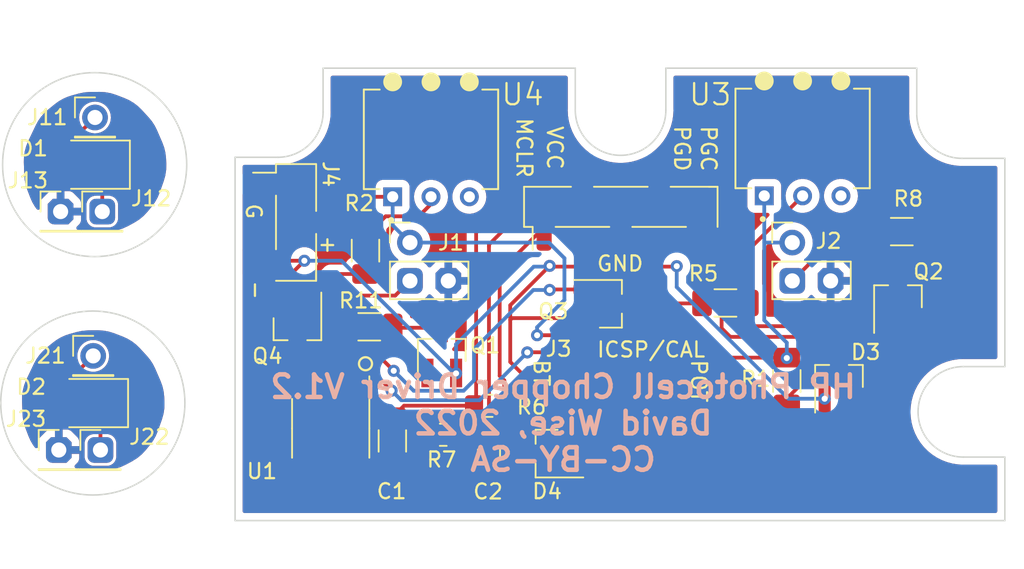
<source format=kicad_pcb>
(kicad_pcb (version 20211014) (generator pcbnew)

  (general
    (thickness 1.6)
  )

  (paper "A4")
  (layers
    (0 "F.Cu" signal)
    (31 "B.Cu" signal)
    (32 "B.Adhes" user "B.Adhesive")
    (33 "F.Adhes" user "F.Adhesive")
    (34 "B.Paste" user)
    (35 "F.Paste" user)
    (36 "B.SilkS" user "B.Silkscreen")
    (37 "F.SilkS" user "F.Silkscreen")
    (38 "B.Mask" user)
    (39 "F.Mask" user)
    (40 "Dwgs.User" user "User.Drawings")
    (41 "Cmts.User" user "User.Comments")
    (42 "Eco1.User" user "User.Eco1")
    (43 "Eco2.User" user "User.Eco2")
    (44 "Edge.Cuts" user)
    (45 "Margin" user)
    (46 "B.CrtYd" user "B.Courtyard")
    (47 "F.CrtYd" user "F.Courtyard")
    (48 "B.Fab" user)
    (49 "F.Fab" user)
    (50 "User.1" user)
    (51 "User.2" user)
    (52 "User.3" user)
    (53 "User.4" user)
    (54 "User.5" user)
    (55 "User.6" user)
    (56 "User.7" user)
    (57 "User.8" user)
    (58 "User.9" user)
  )

  (setup
    (stackup
      (layer "F.SilkS" (type "Top Silk Screen"))
      (layer "F.Paste" (type "Top Solder Paste"))
      (layer "F.Mask" (type "Top Solder Mask") (thickness 0.01))
      (layer "F.Cu" (type "copper") (thickness 0.035))
      (layer "dielectric 1" (type "core") (thickness 1.51) (material "FR4") (epsilon_r 4.5) (loss_tangent 0.02))
      (layer "B.Cu" (type "copper") (thickness 0.035))
      (layer "B.Mask" (type "Bottom Solder Mask") (thickness 0.01))
      (layer "B.Paste" (type "Bottom Solder Paste"))
      (layer "B.SilkS" (type "Bottom Silk Screen"))
      (copper_finish "None")
      (dielectric_constraints no)
    )
    (pad_to_mask_clearance 0.00508)
    (pcbplotparams
      (layerselection 0x00010fc_ffffffff)
      (disableapertmacros false)
      (usegerberextensions false)
      (usegerberattributes true)
      (usegerberadvancedattributes true)
      (creategerberjobfile true)
      (svguseinch false)
      (svgprecision 6)
      (excludeedgelayer true)
      (plotframeref false)
      (viasonmask false)
      (mode 1)
      (useauxorigin false)
      (hpglpennumber 1)
      (hpglpenspeed 20)
      (hpglpendiameter 15.000000)
      (dxfpolygonmode true)
      (dxfimperialunits true)
      (dxfusepcbnewfont true)
      (psnegative false)
      (psa4output false)
      (plotreference true)
      (plotvalue true)
      (plotinvisibletext false)
      (sketchpadsonfab false)
      (subtractmaskfromsilk false)
      (outputformat 1)
      (mirror false)
      (drillshape 1)
      (scaleselection 1)
      (outputdirectory "")
    )
  )

  (net 0 "")
  (net 1 "+5V")
  (net 2 "GND")
  (net 3 "+48V")
  (net 4 "Net-(R2-Pad1)")
  (net 5 "Net-(R5-Pad1)")
  (net 6 "GND3")
  (net 7 "Net-(D2-Pad2)")
  (net 8 "Net-(Q1-Pad1)")
  (net 9 "Net-(Q1-Pad3)")
  (net 10 "Net-(Q4-Pad3)")
  (net 11 "Net-(Q2-Pad3)")
  (net 12 "Net-(Q3-Pad1)")
  (net 13 "Net-(Q3-Pad3)")
  (net 14 "Net-(Q4-Pad1)")
  (net 15 "unconnected-(D3-Pad2)")
  (net 16 "unconnected-(U3-Pad3)")
  (net 17 "unconnected-(U4-Pad3)")
  (net 18 "unconnected-(D4-Pad2)")
  (net 19 "Net-(J3-Pad4)")
  (net 20 "Net-(J3-Pad5)")
  (net 21 "Net-(J1-Pad2)")
  (net 22 "Net-(D1-Pad1)")
  (net 23 "Net-(D1-Pad2)")
  (net 24 "Net-(D2-Pad1)")
  (net 25 "Net-(J2-Pad2)")
  (net 26 "Net-(U1-Pad4)")
  (net 27 "Net-(U1-Pad6)")

  (footprint "Package_TO_SOT_SMD:SOT-23_Handsoldering" (layer "F.Cu") (at 86.868 45.425))

  (footprint "HP-Chopper-Photocell-Driver:PinHeader_1x03_Corner_P2.54mm_Vertical" (layer "F.Cu") (at 74.735 41.955))

  (footprint "Resistor_SMD:R_1206_3216Metric_Pad1.30x1.75mm_HandSolder" (layer "F.Cu") (at 106.172 40.64 180))

  (footprint "Resistor_SMD:R_1206_3216Metric_Pad1.30x1.75mm_HandSolder" (layer "F.Cu") (at 70.64 41.9 -90))

  (footprint "Resistor_SMD:R_1206_3216Metric_Pad1.30x1.75mm_HandSolder" (layer "F.Cu") (at 70.89 46.95))

  (footprint "Resistor_SMD:R_0805_2012Metric_Pad1.20x1.40mm_HandSolder" (layer "F.Cu") (at 78.83 52.19 180))

  (footprint "Package_TO_SOT_SMD:SOT-23_Handsoldering" (layer "F.Cu") (at 102.01 50.24 90))

  (footprint "H11F1:DIP762W46P254L889H508Q6" (layer "F.Cu") (at 74.98 34.52 90))

  (footprint "Capacitor_SMD:C_1206_3216Metric_Pad1.33x1.80mm_HandSolder" (layer "F.Cu") (at 72.42 54.52 -90))

  (footprint "Package_TO_SOT_SMD:SOT-23_Handsoldering" (layer "F.Cu") (at 66.13 47.08 -90))

  (footprint "Connector_PinHeader_2.54mm:PinHeader_1x01_P2.54mm_Vertical" (layer "F.Cu") (at 52.6 48.88))

  (footprint "Resistor_SMD:R_0805_2012Metric_Pad1.20x1.40mm_HandSolder" (layer "F.Cu") (at 75.79 54.11 180))

  (footprint "Connector_PinHeader_2.54mm:PinHeader_1x05_P2.54mm_Vertical_SMD_Pin1Left" (layer "F.Cu") (at 87.555 38.995 90))

  (footprint "Package_TO_SOT_SMD:SOT-23_Handsoldering" (layer "F.Cu") (at 75.692 48.514 90))

  (footprint "LED_SMD:LED_PLCC_2835_Handsoldering" (layer "F.Cu") (at 52.41 52.01 180))

  (footprint "Connector_PinHeader_2.54mm:PinHeader_1x01_P2.54mm_Vertical" (layer "F.Cu") (at 53.2 39.31))

  (footprint "Package_TO_SOT_SMD:SOT-23_Handsoldering" (layer "F.Cu") (at 82.67 55.36 180))

  (footprint "Package_SO:SOIC-8_3.9x4.9mm_P1.27mm" (layer "F.Cu") (at 68.335 53.683721 -90))

  (footprint "Connector_PinHeader_2.54mm:PinHeader_1x01_P2.54mm_Vertical" (layer "F.Cu") (at 53.08 55.12))

  (footprint "H11F1:DIP762W46P254L889H508Q6" (layer "F.Cu") (at 99.6 34.46 90))

  (footprint "Connector_PinHeader_2.54mm:PinHeader_1x01_P2.54mm_Vertical" (layer "F.Cu") (at 50.44 39.31))

  (footprint "Connector_PinHeader_2.54mm:PinHeader_1x01_P2.54mm_Vertical" (layer "F.Cu") (at 50.32 55.12))

  (footprint "LED_SMD:LED_PLCC_2835_Handsoldering" (layer "F.Cu") (at 52.53 36.2 180))

  (footprint "Package_TO_SOT_SMD:SOT-23_Handsoldering" (layer "F.Cu") (at 105.918 44.958 90))

  (footprint "Capacitor_SMD:C_0805_2012Metric_Pad1.18x1.45mm_HandSolder" (layer "F.Cu") (at 78.82 55.35 -90))

  (footprint "Resistor_SMD:R_1206_3216Metric_Pad1.30x1.75mm_HandSolder" (layer "F.Cu") (at 98.552 50.546 -90))

  (footprint "HP-Chopper-Photocell-Driver:PinHeader_1x03_Corner_P2.54mm_Vertical" (layer "F.Cu") (at 100.065 41.955))

  (footprint "Resistor_SMD:R_1206_3216Metric_Pad1.30x1.75mm_HandSolder" (layer "F.Cu") (at 94.488 45.37 180))

  (footprint "Connector_PinHeader_2.54mm:PinHeader_1x03_P2.54mm_Vertical_SMD_Pin1Left" (layer "F.Cu") (at 66.04 40.03))

  (footprint "Connector_PinHeader_2.54mm:PinHeader_1x01_P2.54mm_Vertical" (layer "F.Cu") (at 52.72 33.07))

  (gr_circle (center 70.64 49.4) (end 71.05 49.54) (layer "F.SilkS") (width 0.15) (fill none) (tstamp 6e1ab706-e4d9-487f-9307-21fad7207542))
  (gr_line (start 107.16 32.78) (end 107.16 29.8) (layer "Edge.Cuts") (width 0.1) (tstamp 166200c3-f285-4145-805f-a2895d6eb748))
  (gr_line (start 90.54 29.8) (end 107.16 29.8) (layer "Edge.Cuts") (width 0.1) (tstamp 1ed90edb-6112-4463-a005-b6f002ed918b))
  (gr_circle (center 52.694637 36.195363) (end 58.794637 36.195363) (layer "Edge.Cuts") (width 0.1) (fill none) (tstamp 1eeed9f9-31a0-4410-b5a5-3bdce02be3a0))
  (gr_arc (start 110.25 55.59) (mid 107.25 52.59) (end 110.25 49.59) (layer "Edge.Cuts") (width 0.1) (tstamp 23e15c25-6a28-4108-baff-0ac7c2edc2d7))
  (gr_arc (start 90.54 32.58) (mid 87.54 35.58) (end 84.54 32.58) (layer "Edge.Cuts") (width 0.1) (tstamp 2aa2b3e8-9d9e-4a62-a2bb-5646aba616c8))
  (gr_arc (start 67.83 32.71) (mid 66.95132 34.83132) (end 64.83 35.71) (layer "Edge.Cuts") (width 0.1) (tstamp 2d4490b7-cdd7-490a-a0a4-e1c7aec6beaa))
  (gr_line (start 84.54 32.58) (end 84.54 29.8) (layer "Edge.Cuts") (width 0.1) (tstamp 2e4cbbfc-f8f5-418d-b0d2-413ba1daffdd))
  (gr_line (start 110.16 35.78) (end 113 35.78) (layer "Edge.Cuts") (width 0.1) (tstamp 35ba3de5-77af-4965-a627-0fb03875915c))
  (gr_line (start 90.54 32.58) (end 90.54 29.8) (layer "Edge.Cuts") (width 0.1) (tstamp 378acd5d-0b7e-48a2-b47a-8f593d14e5cf))
  (gr_line (start 113 59.8) (end 62 59.8) (layer "Edge.Cuts") (width 0.1) (tstamp 497eaa3a-08a5-43f4-bf3d-e086bf156d07))
  (gr_line (start 64.83 35.71) (end 62 35.71) (layer "Edge.Cuts") (width 0.1) (tstamp 7113da78-a2c7-49f6-9a4a-d4bfab3930df))
  (gr_arc (start 110.16 35.78) (mid 108.03868 34.90132) (end 107.16 32.78) (layer "Edge.Cuts") (width 0.1) (tstamp 90664056-2863-4bfe-93c2-ff98407e926f))
  (gr_line (start 67.83 29.8) (end 84.54 29.8) (layer "Edge.Cuts") (width 0.1) (tstamp a3492e6e-b10d-48e6-baaa-ce09b2bd209e))
  (gr_line (start 110.25 49.59) (end 113 49.59) (layer "Edge.Cuts") (width 0.1) (tstamp b0ffea10-d2be-4988-8b0e-04084ef0203f))
  (gr_line (start 62 59.8) (end 62 35.71) (layer "Edge.Cuts") (width 0.1) (tstamp b85ecf76-abdf-4c0c-9a71-4f12e6c57132))
  (gr_line (start 113 35.78) (end 113 49.59) (layer "Edge.Cuts") (width 0.1) (tstamp c73a8461-c5f8-4190-acde-52924b221eb8))
  (gr_line (start 67.83 32.71) (end 67.83 29.8) (layer "Edge.Cuts") (width 0.1) (tstamp e37b69f8-ee55-4708-b70e-39e81ed4a3b0))
  (gr_line (start 113 55.59) (end 113 59.8) (layer "Edge.Cuts") (width 0.1) (tstamp e5db803c-9376-46dc-88c2-97f6b6c24cb2))
  (gr_circle (center 52.574637 52.005363) (end 58.674637 52.005363) (layer "Edge.Cuts") (width 0.1) (fill none) (tstamp efe198d8-c603-48eb-8c30-d1e848e8f74c))
  (gr_line (start 110.25 55.59) (end 113 55.59) (layer "Edge.Cuts") (width 0.1) (tstamp fae22643-bc28-4f14-b1f8-472f5d2da94e))
  (gr_circle (center 74.75 42.58) (end 85.75 42.58) (layer "User.1") (width 0.15) (fill none) (tstamp 072e82b9-01f4-4a19-90d3-fef0a1cabc0e))
  (gr_circle (center 100.26 42.58) (end 111.26 42.58) (layer "User.1") (width 0.15) (fill none) (tstamp 9a1f9785-64ab-4c84-87d2-186fb4b613f9))
  (gr_text "HP Photocell Chopper Driver V1.2\nDavid Wise, 2022\nCC-BY-SA" (at 83.73 53.34) (layer "B.SilkS") (tstamp a503146a-cdb6-4d0c-90d1-ff9424dcdf57)
    (effects (font (size 1.5 1.5) (thickness 0.3)) (justify mirror))
  )
  (gr_text "POT" (at 92.73 50.55 -90) (layer "F.SilkS") (tstamp 317a6e58-39c9-42db-bbfe-888bb35de59f)
    (effects (font (size 1 1) (thickness 0.15)))
  )
  (gr_text "PGD" (at 91.61 35.13 -90) (layer "F.SilkS") (tstamp 64199235-74c5-4694-ab35-a486500df376)
    (effects (font (size 1 1) (thickness 0.15)))
  )
  (gr_text "GND" (at 87.51 42.76) (layer "F.SilkS") (tstamp 703b2ff7-0ce5-4ae0-bfba-cba2c3dee4b1)
    (effects (font (size 1 1) (thickness 0.15)))
  )
  (gr_text "BT" (at 82.3 50.01 -90) (layer "F.SilkS") (tstamp 93dd4269-55de-498d-964c-b8070dcd0414)
    (effects (font (size 1 1) (thickness 0.15)))
  )
  (gr_text "VCC" (at 83.18 35.08 -90) (layer "F.SilkS") (tstamp 9fd2d33a-66f8-4f32-a040-fc187e2c440c)
    (effects (font (size 1 1) (thickness 0.15)))
  )
  (gr_text "-" (at 63.39 44.52 -90) (layer "F.SilkS") (tstamp a42c2058-f469-4f61-b18b-86f64d62cd3a)
    (effects (font (size 1 1) (thickness 0.15)))
  )
  (gr_text "G" (at 63.23 39.29 -90) (layer "F.SilkS") (tstamp b4d2f0ba-8ac3-4069-a3b5-30159c6cd0bf)
    (effects (font (size 1 1) (thickness 0.15)))
  )
  (gr_text "MCLR" (at 81.16 35.08 -90) (layer "F.SilkS") (tstamp b59121b7-9a2c-4d24-9a93-b4f151613641)
    (effects (font (size 1 1) (thickness 0.15)))
  )
  (gr_text "PGC" (at 93.37 35.13 -90) (layer "F.SilkS") (tstamp cbb7a3a5-ebd4-4843-adab-1e512f82b858)
    (effects (font (size 1 1) (thickness 0.15)))
  )
  (gr_text "U3&U4 pins 4-6\nair-wired off board" (at 87.13 27.92) (layer "Cmts.User") (tstamp 86a06f21-9986-46b1-9441-e2ff56f31b58)
    (effects (font (size 1 1) (thickness 0.15)))
  )

  (segment (start 92.005 38.425) (end 93.105 38.425) (width 0.25) (layer "F.Cu") (net 1) (tstamp 2b3175d6-b9ad-4489-b49d-70466edcef16))
  (segment (start 101.52 48.74) (end 102.01 48.74) (width 0.25) (layer "F.Cu") (net 1) (tstamp 44b4cd62-6da5-4cc0-b1ca-9debdd5e271e))
  (segment (start 71.2275 52.9575) (end 72.42 52.9575) (width 0.25) (layer "F.Cu") (net 1) (tstamp 44cbc759-732b-45f7-9b99-804e5697655f))
  (segment (start 94.81 47.62) (end 101.35 47.62) (width 0.25) (layer "F.Cu") (net 1) (tstamp 579ae71d-2ee8-4ff7-baa9-17387a590618))
  (segment (start 85.015 37.34) (end 87.62 37.34) (width 0.25) (layer "F.Cu") (net 1) (tstamp 5890aad6-4755-4594-b817-d4dfb23d94a6))
  (segment (start 94.234 39.616) (end 94.234 47.044) (width 0.25) (layer "F.Cu") (net 1) (tstamp 5f45b509-523a-4188-aac1-7a3e0cc20340))
  (segment (start 72.42 52.9575) (end 73.1975 52.18) (width 0.25) (layer "F.Cu") (net 1) (tstamp 6bc4c99d-ee89-46ad-9ace-a6edc85b2571))
  (segment (start 70.25 51.98) (end 71.2275 52.9575) (width 0.25) (layer "F.Cu") (net 1) (tstamp 6df24820-3450-4aa3-9b0e-540cedeb2a55))
  (segment (start 77.82 52.18) (end 77.97 52.03) (width 0.25) (layer "F.Cu") (net 1) (tstamp 70b21677-fd37-4f2d-aab0-a01492b33a33))
  (segment (start 93.105 38.425) (end 94.234 39.554) (width 0.25) (layer "F.Cu") (net 1) (tstamp 71e9f100-6130-4bb9-8b42-5013f1931208))
  (segment (start 98.552 52.096) (end 98.552 51.708) (width 0.25) (layer "F.Cu") (net 1) (tstamp 81a6cfae-51d0-465d-be64-c5c371919a1b))
  (segment (start 102.01 48.28) (end 102.01 48.74) (width 0.25) (layer "F.Cu") (net 1) (tstamp 82a5e77e-b090-4a5a-b65e-e82906ec400f))
  (segment (start 73.1975 52.18) (end 77.82 52.18) (width 0.25) (layer "F.Cu") (net 1) (tstamp aa1d647a-0b1d-4b35-ae07-4606aa15355b))
  (segment (start 94.234 47.044) (end 94.81 47.62) (width 0.25) (layer "F.Cu") (net 1) (tstamp ac33490c-99ce-4ad3-8b02-b24522cc129d))
  (segment (start 90.975 39.455) (end 92.005 38.425) (width 0.25) (layer "F.Cu") (net 1) (tstamp aea4b75a-0fc6-48ef-bb14-db98134c7e73))
  (segment (start 70.24 51.208721) (end 70.25 51.218721) (width 0.25) (layer "F.Cu") (net 1) (tstamp aeb54561-56f5-4e48-a4d3-02073f72e1e0))
  (segment (start 77.97 40.7) (end 81.347 37.323) (width 0.25) (layer "F.Cu") (net 1) (tstamp bc015c97-bad2-4704-94eb-2ff58fec85c8))
  (segment (start 77.97 52.03) (end 77.97 40.7) (width 0.25) (layer "F.Cu") (net 1) (tstamp bd28f20f-45b1-4c67-99f4-27b7045b1b23))
  (segment (start 70.25 51.218721) (end 70.25 51.98) (width 0.25) (layer "F.Cu") (net 1) (tstamp c25ef1d2-92bd-40c4-9b72-6e5a99f5228a))
  (segment (start 81.347 37.323) (end 84.973959 37.323) (width 0.25) (layer "F.Cu") (net 1) (tstamp ccd2646b-98be-4193-90d0-ea312c641a61))
  (segment (start 98.552 51.708) (end 101.52 48.74) (width 0.25) (layer "F.Cu") (net 1) (tstamp cf97df42-fb70-4b61-a9ed-59aa22ae68b7))
  (segment (start 101.35 47.62) (end 102.01 48.28) (width 0.25) (layer "F.Cu") (net 1) (tstamp d41a6987-22ea-42cf-a359-a68617a6d18b))
  (segment (start 89.735 39.455) (end 90.975 39.455) (width 0.25) (layer "F.Cu") (net 1) (tstamp e1d72625-8631-46e9-8dcf-7f485f5ef2e6))
  (segment (start 87.62 37.34) (end 89.735 39.455) (width 0.25) (layer "F.Cu") (net 1) (tstamp fbe8069e-0454-4e7a-8215-163b66468bb4))
  (segment (start 94.234 39.554) (end 94.234 39.616) (width 0.25) (layer "F.Cu") (net 1) (tstamp ff5ad97b-b8b9-44fc-96aa-62e490d2e34d))
  (arc (start 84.973959 37.323) (mid 84.99617 37.327418) (end 85.015 37.34) (width 0.25) (layer "F.Cu") (net 1) (tstamp 81b30dca-ccf5-475c-8899-91f4c091febe))
  (segment (start 80.23 46.49) (end 80.23 45.52) (width 0.25) (layer "F.Cu") (net 2) (tstamp 0a828ef8-4825-4d54-8566-eee91fc6c0d4))
  (segment (start 82.89 42.96) (end 91.23 42.96) (width 0.25) (layer "F.Cu") (net 2) (tstamp 0ba3d2c9-d727-4c9d-8a48-1ceed55010b2))
  (segment (start 104.28 50.22) (end 106.868 47.632) (width 0.25) (layer "F.Cu") (net 2) (tstamp 0f5fe03a-47bb-462b-ba0a-b79b8ef1c027))
  (segment (start 82.84 42.91) (end 82.89 42.96) (width 0.25) (layer "F.Cu") (net 2) (tstamp 25058709-d7c5-4010-81ef-45af3b775ce2))
  (segment (start 101.55 50.22) (end 104.28 50.22) (width 0.25) (layer "F.Cu") (net 2) (tstamp 2c3b215d-eb18-4bb3-85aa-05095de152cf))
  (segment (start 72.42 56.0825) (end 72.7255 56.388) (width 0.25) (layer "F.Cu") (net 2) (tstamp 4453763c-827e-4d4f-9dca-9e04e0f2e36a))
  (segment (start 82.65 51.7) (end 82.65 56.31) (width 0.25) (layer "F.Cu") (net 2) (tstamp 46a82801-d252-48ee-8c7e-04ccf30e6422))
  (segment (start 72.7255 56.388) (end 84.092 56.388) (width 0.25) (layer "F.Cu") (net 2) (tstamp 534ed262-bf3d-48e9-add4-184e5a7066ad))
  (segment (start 72.343779 56.158721) (end 72.42 56.0825) (width 0.25) (layer "F.Cu") (net 2) (tstamp 5c72c963-9a98-42a0-b9fc-64afe31dd96b))
  (segment (start 80.23 49.28) (end 82.65 51.7) (width 0.25) (layer "F.Cu") (net 2) (tstamp 5f1d6df6-a2f7-495c-86d0-fbfd3a236817))
  (segment (start 80.23 45.52) (end 82.84 42.91) (width 0.25) (layer "F.Cu") (net 2) (tstamp 6a8809f0-bb1d-46cb-a5b8-133e7351bc15))
  (segment (start 80.23 46.49) (end 80.23 49.28) (width 0.25) (layer "F.Cu") (net 2) (tstamp 71f93277-ffb1-4fe7-9f07-f6d4762febfd))
  (segment (start 106.868 47.632) (end 106.868 46.458) (width 0.25) (layer "F.Cu") (net 2) (tstamp 733ac212-921f-4e61-9512-ab606b2f7b7a))
  (segment (start 101.06 50.71) (end 101.55 50.22) (width 0.25) (layer "F.Cu") (net 2) (tstamp 8b3826d4-c991-4fc6-8b68-9916506a2a7c))
  (segment (start 85.368 46.375) (end 80.345 46.375) (width 0.25) (layer "F.Cu") (net 2) (tstamp 8d6cc0ca-fed2-4b04-94b9-0bc6e9443627))
  (segment (start 91.23 42.96) (end 91.26 42.93) (width 0.25) (layer "F.Cu") (net 2) (tstamp 9413df28-6a6f-4b46-a168-a534e1783ebd))
  (segment (start 66.59 42.57) (end 64.385 42.57) (width 0.25) (layer "F.Cu") (net 2) (tstamp 9a8dd257-72ae-4e9b-b101-005ccb6d4048))
  (segment (start 91.26 42.93) (end 91.21 42.98) (width 0.25) (layer "F.Cu") (net 2) (tstamp a5e16d99-8648-430d-b8fb-6e8b75cd98eb))
  (segment (start 84.092 56.388) (end 84.17 56.31) (width 0.25) (layer "F.Cu") (net 2) (tstamp a62681b4-b3fa-45b0-a939-4b77bd955106))
  (segment (start 66.59 42.57) (end 65.18 43.98) (width 0.25) (layer "F.Cu") (net 2) (tstamp c53baa0e-70cc-48da-afda-9ea315a50308))
  (segment (start 87.52 42.96) (end 87.52 40.385) (width 0.25) (layer "F.Cu") (net 2) (tstamp c54ea988-9d7f-400c-a5e7-b4da3df1a6a2))
  (segment (start 65.18 43.98) (end 65.18 45.58) (width 0.25) (layer "F.Cu") (net 2) (tstamp dbc5b61e-423b-46ec-b18a-00ef1dd39d0d))
  (segment (start 70.24 56.158721) (end 72.343779 56.158721) (width 0.25) (layer "F.Cu") (net 2) (tstamp e7a136a3-c16f-4000-8d19-0c86337dea28))
  (segment (start 101.06 51.74) (end 101.06 50.71) (width 0.25) (layer "F.Cu") (net 2) (tstamp ebc44c0a-d08f-4600-b3ae-b6cfee88ba4e))
  (segment (start 80.345 46.375) (end 80.23 46.49) (width 0.25) (layer "F.Cu") (net 2) (tstamp f4004c93-320c-4f83-8d0f-45a1ba5e8278))
  (via (at 76.64 50.04) (size 0.8) (drill 0.4) (layers "F.Cu" "B.Cu") (net 2) (tstamp 0c383e0b-af44-4bd6-b37c-6f1db8e80bb6))
  (via (at 66.59 42.57) (size 0.8) (drill 0.4) (layers "F.Cu" "B.Cu") (net 2) (tstamp 378797f2-050a-44c0-a111-ae294ae3e1c5))
  (via (at 101.06 51.72) (size 0.8) (drill 0.4) (layers "F.Cu" "B.Cu") (net 2) (tstamp 60b44570-2578-4f0c-8702-5ec92647ef28))
  (via (at 91.26 42.93) (size 0.8) (drill 0.4) (layers "F.Cu" "B.Cu") (net 2) (tstamp a438f3ea-cdc0-497d-bd5d-3814ffbd35c6))
  (via (at 82.84 42.91) (size 0.8) (drill 0.4) (layers "F.Cu" "B.Cu") (free) (net 2) (tstamp e5424089-f7eb-41c6-b80b-4df194292bea))
  (segment (start 76.494 50.014) (end 76.642 50.014) (width 0.25) (layer "B.Cu") (net 2) (tstamp 0fd902df-4332-4059-92c0-8efbc0045d29))
  (segment (start 66.59 42.57) (end 69.05 42.57) (width 0.25) (layer "B.Cu") (net 2) (tstamp 1a1395f1-5379-4b0f-b554-2b5ce2e986ce))
  (segment (start 76.64 50.04) (end 76.64 48.11) (width 0.25) (layer "B.Cu") (net 2) (tstamp 48f59af4-7b6e-4641-a76c-475aac90528f))
  (segment (start 76.64 48.11) (end 81.79 42.96) (width 0.25) (layer "B.Cu") (net 2) (tstamp 4e2899c2-96d3-4871-bbac-0d0462b15b12))
  (segment (start 98.66 51.72) (end 91.26 44.32) (width 0.25) (layer "B.Cu") (net 2) (tstamp 76b6f915-dcfa-4dcd-89ab-b66ff2487fb9))
  (segment (start 69.05 42.57) (end 76.494 50.014) (width 0.25) (layer "B.Cu") (net 2) (tstamp 7f76e41e-7608-4432-ae23-4fdac5c1e84a))
  (segment (start 81.79 42.96) (end 82.79 42.96) (width 0.25) (layer "B.Cu") (net 2) (tstamp 91373e28-78c3-458d-8536-d9d930e8fa1a))
  (segment (start 101.06 51.72) (end 98.66 51.72) (width 0.25) (layer "B.Cu") (net 2) (tstamp af871dd1-1762-41f6-bd76-f680255b0eb3))
  (segment (start 91.26 44.32) (end 91.26 42.93) (width 0.25) (layer "B.Cu") (net 2) (tstamp b7ac34b4-2db5-408d-b096-d7d0d23fc6aa))
  (segment (start 82.79 42.96) (end 82.84 42.91) (width 0.25) (layer "B.Cu") (net 2) (tstamp cb22e4ba-9ebd-4f1b-b8d0-86b849e1ef38))
  (segment (start 92.95 47.51) (end 94.436 48.996) (width 0.25) (layer "F.Cu") (net 3) (tstamp 60f91890-b108-457c-b85a-64fee34acd96))
  (segment (start 72.44 38.33) (end 69.395 38.33) (width 0.25) (layer "F.Cu") (net 3) (tstamp 63516645-f71b-4afb-96f4-552b7f682259))
  (segment (start 69.395 38.33) (end 67.695 40.03) (width 0.25) (layer "F.Cu") (net 3) (tstamp 868818ce-9c9a-4ac7-b073-9beadfdcb9c0))
  (segment (start 82.01 47.51) (end 92.95 47.51) (width 0.25) (layer "F.Cu") (net 3) (tstamp 93943d90-0e38-4258-98fa-8639bde0916a))
  (segment (start 94.436 48.996) (end 98.552 48.996) (width 0.25) (layer "F.Cu") (net 3) (tstamp a5feff7a-b33e-4ab2-b9e3-138dbb128db8))
  (segment (start 98.552 48.996) (end 98.552 49.022) (width 0.25) (layer "F.Cu") (net 3) (tstamp f96ef12e-7704-47bf-ac6b-8ed0dfbe8053))
  (via (at 98.552 49.022) (size 0.8) (drill 0.4) (layers "F.Cu" "B.Cu") (net 3) (tstamp 2ce93508-04d6-4644-a3b7-fb503347f86b))
  (via (at 82.01 47.51) (size 0.8) (drill 0.4) (layers "F.Cu" "B.Cu") (net 3) (tstamp e6b4ddf5-8d24-45d4-ab60-622c07413d89))
  (segment (start 73.585 41.365) (end 82.785 41.365) (width 0.25) (layer "B.Cu") (net 3) (tstamp 10918c76-2e64-4c2a-8d61-fcdbffb1c0e9))
  (segment (start 97.06 46.514) (end 98.552 48.006) (width 0.25) (layer "B.Cu") (net 3) (tstamp 2052b8d6-2482-41bb-8478-3bb32a698e72))
  (segment (start 97.06 41.365) (end 98.915 41.365) (width 0.25) (layer "B.Cu") (net 3) (tstamp 84fe362c-84d6-4da2-a65e-d67a02264a42))
  (segment (start 82.785 41.365) (end 83.82 42.4) (width 0.25) (layer "B.Cu") (net 3) (tstamp 955b9df5-5adc-4687-b50a-f70dee808ede))
  (segment (start 98.552 48.006) (end 98.552 49.022) (width 0.25) (layer "B.Cu") (net 3) (tstamp 9c0b7858-eec3-4ad4-97fe-cab28cf88081))
  (segment (start 97.06 38.27) (end 97.06 46.514) (width 0.25) (layer "B.Cu") (net 3) (tstamp a0adf882-a3b3-4047-b869-36b4bb2d365c))
  (segment (start 72.44 40.22) (end 73.585 41.365) (width 0.25) (layer "B.Cu") (net 3) (tstamp a30a7f04-bcb8-4c38-a331-46c580f0bf2c))
  (segment (start 83.82 45.17) (end 82.01 46.98) (width 0.25) (layer "B.Cu") (net 3) (tstamp c15dc143-bd04-400d-906e-86a7176e1a48))
  (segment (start 82.01 46.98) (end 82.01 47.51) (width 0.25) (layer "B.Cu") (net 3) (tstamp c215b787-3146-48a9-9fdb-62a104178f3e))
  (segment (start 83.82 42.4) (end 83.82 45.17) (width 0.25) (layer "B.Cu") (net 3) (tstamp efa63ddc-2d8d-4b06-8840-3c2b7938945b))
  (segment (start 72.44 38.33) (end 72.44 40.22) (width 0.25) (layer "B.Cu") (net 3) (tstamp f38b0fc0-4565-4d81-aada-d9a1a81ae6f6))
  (segment (start 71.976 39.624) (end 74.168 39.624) (width 0.25) (layer "F.Cu") (net 4) (tstamp 1eb3464c-4d44-46d9-b473-6b7e68264dd4))
  (segment (start 70.64 40.35) (end 71.25 40.35) (width 0.25) (layer "F.Cu") (net 4) (tstamp 4fd9ef94-d3b7-42e8-aeb3-ce99c26323a6))
  (segment (start 71.25 40.35) (end 71.976 39.624) (width 0.25) (layer "F.Cu") (net 4) (tstamp 5962e1f1-c839-4573-b8e1-8fb2b2ef56ff))
  (segment (start 74.168 39.624) (end 74.98 38.812) (width 0.25) (layer "F.Cu") (net 4) (tstamp 6f6858c8-c58a-47c9-8574-3781ea0c8e3c))
  (segment (start 74.98 38.812) (end 74.98 38.33) (width 0.25) (layer "F.Cu") (net 4) (tstamp dae6ad13-9343-4edf-ac80-79b7161bfe23))
  (segment (start 96.292 41.578) (end 99.6 38.27) (width 0.25) (layer "F.Cu") (net 5) (tstamp 17b2a168-060e-4e9a-a6f9-83a279dea7f9))
  (segment (start 96.038 45.37) (end 96.292 45.116) (width 0.25) (layer "F.Cu") (net 5) (tstamp 67e94daf-a5bb-43c6-b2f1-318cc47f2157))
  (segment (start 96.292 45.116) (end 96.292 41.578) (width 0.25) (layer "F.Cu") (net 5) (tstamp e9dd6b58-604b-455e-b6b6-ce76f062d619))
  (segment (start 62.62 41.87) (end 62.62 43.41) (width 0.25) (layer "F.Cu") (net 6) (tstamp 44164c8b-5543-4057-bcaa-701b6feb3b29))
  (segment (start 87.43 36.24) (end 87.714353 36.24) (width 0.25) (layer "F.Cu") (net 6) (tstamp 9af0403e-5133-45ed-ad54-28c2908bf307))
  (segment (start 87.245512 36.24) (end 87.43 36.24) (width 0.25) (layer "F.Cu") (net 6) (tstamp ed73f44a-82bf-4cb1-81a2-b75da76ee402))
  (arc (start 87.714353 36.24) (mid 88.92967 35.998298) (end 89.96 35.31) (width 0.25) (layer "F.Cu") (net 6) (tstamp 24b7a8e5-a235-4ed1-9511-a0fb6801e461))
  (arc (start 85.29 35.43) (mid 86.187197 36.029488) (end 87.245512 36.24) (width 0.25) (layer "F.Cu") (net 6) (tstamp 8b18f15e-367a-4330-a1a8-7a4708405042))
  (segment (start 52.6 48.88) (end 50.885 50.595) (width 0.25) (layer "F.Cu") (net 7) (tstamp 54d3afbc-b4c3-4308-b6be-f9df812d0f2e))
  (segment (start 50.885 50.595) (end 50.885 52.01) (width 0.25) (layer "F.Cu") (net 7) (tstamp b5ddba96-eea4-4ecc-82d8-25002e6451b9))
  (segment (start 74.334 50.014) (end 74.742 50.014) (width 0.25) (layer "F.Cu") (net 8) (tstamp 461c9f53-7806-44d4-8ea0-438a44d95e5a))
  (segment (start 72.73 48.41) (end 74.334 50.014) (width 0.25) (layer "F.Cu") (net 8) (tstamp 58ea52d5-175d-46b2-89ad-cac3f80924fe))
  (segment (start 66.43 56.158721) (end 66.43 54.163721) (width 0.25) (layer "F.Cu") (net 8) (tstamp 6ccd7162-21d2-4ca1-b594-8fc1504ac978))
  (segment (start 66.43 54.163721) (end 68.335 52.258721) (width 0.25) (layer "F.Cu") (net 8) (tstamp 73019b6e-cf09-48cc-b697-5cf7f8180572))
  (segment (start 69.05 48.41) (end 72.73 48.41) (width 0.25) (layer "F.Cu") (net 8) (tstamp d0920655-e673-4301-8f48-2966ee47db66))
  (segment (start 68.335 52.258721) (end 68.335 49.125) (width 0.25) (layer "F.Cu") (net 8) (tstamp e541b4db-7c7e-4cf7-ad9b-ef952ac74094))
  (segment (start 68.335 49.125) (end 69.05 48.41) (width 0.25) (layer "F.Cu") (net 8) (tstamp edf0dfd5-562d-46a7-9c0f-2db912eabc9b))
  (segment (start 72.44 46.95) (end 72.504 47.014) (width 0.25) (layer "F.Cu") (net 9) (tstamp bb52621e-b2ec-4f27-a42f-78012a768e5b))
  (segment (start 72.504 47.014) (end 75.692 47.014) (width 0.25) (layer "F.Cu") (net 9) (tstamp eda39044-382e-4aee-81a5-fedb857c16c6))
  (segment (start 66.13 48.58) (end 66.13 44.33) (width 0.25) (layer "F.Cu") (net 10) (tstamp 5bbecced-1208-45fe-bf01-5a52d68dccc0))
  (segment (start 66.13 44.33) (end 66.54 43.92) (width 0.25) (layer "F.Cu") (net 10) (tstamp 5eb9955f-7a99-46cc-b980-038134eed1e9))
  (segment (start 67.88 43.92) (end 68.35 43.45) (width 0.25) (layer "F.Cu") (net 10) (tstamp 6077f998-1b85-46b9-8b6f-1ba0639ee212))
  (segment (start 68.35 43.45) (end 70.64 43.45) (width 0.25) (layer "F.Cu") (net 10) (tstamp 971ff750-7f71-4e78-8ab1-a2967aaca8bc))
  (segment (start 66.54 43.92) (end 67.88 43.92) (width 0.25) (layer "F.Cu") (net 10) (tstamp e2c67985-e788-48b1-af61-7f75a1c9186e))
  (segment (start 105.918 42.512) (end 107.722 40.708) (width 0.25) (layer "F.Cu") (net 11) (tstamp 3a771dd3-8056-4ed4-a10c-7311bd470eee))
  (segment (start 107.722 40.708) (end 107.722 40.64) (width 0.25) (layer "F.Cu") (net 11) (tstamp 4bfbafcf-dd76-442f-813a-9509bc3c5cdd))
  (segment (start 105.918 43.458) (end 105.918 42.512) (width 0.25) (layer "F.Cu") (net 11) (tstamp c9fd6b6a-85de-4067-8828-be54e3c66bde))
  (segment (start 68.97 51.208721) (end 68.97 49.53) (width 0.25) (layer "F.Cu") (net 12) (tstamp 2fe5a9b3-3ee0-4c0a-af95-9bbb3383cb06))
  (segment (start 71.61 48.97) (end 72.51 49.87) (width 0.25) (layer "F.Cu") (net 12) (tstamp 627d26c0-2d6b-430f-b950-eafdcc413ad0))
  (segment (start 82.875 44.475) (end 85.368 44.475) (width 0.25) (layer "F.Cu") (net 12) (tstamp 80d09fe6-e3d6-4ff0-92f2-3a117b65e1ff))
  (segment (start 68.97 49.53) (end 69.53 48.97) (width 0.25) (layer "F.Cu") (net 12) (tstamp a90f8c5b-aca9-49d3-9337-0c5c857aee64))
  (segment (start 69.53 48.97) (end 71.61 48.97) (width 0.25) (layer "F.Cu") (net 12) (tstamp da9382c2-f069-45b9-b495-cd48ed6b1de8))
  (segment (start 82.84 44.51) (end 82.875 44.475) (width 0.25) (layer "F.Cu") (net 12) (tstamp f8a4f4ff-f518-4d5f-be4a-2c6f2a4e32f7))
  (via (at 72.51 49.87) (size 0.8) (drill 0.4) (layers "F.Cu" "B.Cu") (net 12) (tstamp a5ecfee3-ebcb-4190-a341-6e7dd46070b5))
  (via (at 82.84 44.51) (size 0.8) (drill 0.4) (layers "F.Cu" "B.Cu") (net 12) (tstamp dae89c03-2368-48fb-ac1d-3f3eb1b8800c))
  (segment (start 77.83 50.5) (end 77.14 51.19) (width 0.25) (layer "B.Cu") (net 12) (tstamp 220cff5c-62b8-40de-8eb2-97ba7eece9da))
  (segment (start 77.83 48.44) (end 77.83 50.5) (width 0.25) (layer "B.Cu") (net 12) (tstamp 729d2280-98b2-4c8b-b16f-2188b7ebcda7))
  (segment (start 82.84 44.51) (end 81.76 44.51) (width 0.25) (layer "B.Cu") (net 12) (tstamp 93c3ac47-5305-434a-a0c6-1ded55549650))
  (segment (start 73.83 51.19) (end 72.51 49.87) (width 0.25) (layer "B.Cu") (net 12) (tstamp ab8b5bd3-8a01-4057-bea5-c18188f1012a))
  (segment (start 81.76 44.51) (end 77.83 48.44) (width 0.25) (layer "B.Cu") (net 12) (tstamp bc04cee4-f51d-4bd7-b980-1b0ba5ab4e94))
  (segment (start 77.14 51.19) (end 73.83 51.19) (width 0.25) (layer "B.Cu") (net 12) (tstamp ec50525b-88d4-49de-a692-28fde1d9abeb))
  (segment (start 92.938 45.37) (end 92.908 45.4) (width 0.25) (layer "F.Cu") (net 13) (tstamp 69d57ff3-c309-4eab-a272-7a7d6de8648e))
  (segment (start 92.908 45.4) (end 88.393 45.4) (width 0.25) (layer "F.Cu") (net 13) (tstamp 70833df0-66b0-4143-a24f-3d69b3fc720f))
  (segment (start 88.393 45.4) (end 88.368 45.425) (width 0.25) (layer "F.Cu") (net 13) (tstamp 8a24c2cc-1766-4040-b9cc-0a498d048397))
  (segment (start 67.08 46.94) (end 67.08 45.58) (width 0.25) (layer "F.Cu") (net 14) (tstamp 0e223aa7-5293-40b1-a405-81af4a4720d7))
  (segment (start 67.7 51.208721) (end 67.7 47.56) (width 0.25) (layer "F.Cu") (net 14) (tstamp 0fc086ea-5f73-446a-889c-31adc6ddc316))
  (segment (start 67.7 47.56) (end 67.08 46.94) (width 0.25) (layer "F.Cu") (net 14) (tstamp 5a9fb991-be4f-4abc-8378-c92efa0aeb64))
  (segment (start 108.15 45.45) (end 107.69 44.99) (width 0.25) (layer "F.Cu") (net 19) (tstamp 049e5f50-0b63-4eaf-8b4d-6e04aaa51ff9))
  (segment (start 93.52 37.35) (end 94.742 38.572) (width 0.25) (layer "F.Cu") (net 19) (tstamp 05b348f4-bb1f-47fc-abab-adcfb61b8625))
  (segment (start 68.97 57.048721) (end 68.538721 57.48) (width 0.25) (layer "F.Cu") (net 19) (tstamp 0cc30945-9c78-4731-91d0-40736f7cd83f))
  (segment (start 81.37 48.64) (end 92.27 48.64) (width 0.25) (layer "F.Cu") (net 19) (tstamp 11f09ed3-60b1-41f4-adce-7af1a3154661))
  (segment (start 94.742 38.572) (end 94.742 46.482) (width 0.25) (layer "F.Cu") (net 19) (tstamp 17251a14-438f-48ea-8b7f-68d51a85b123))
  (segment (start 104.31 51.31) (end 108.15 47.47) (width 0.25) (layer "F.Cu") (net 19) (tstamp 321700d6-467e-43e6-9256-c7cb3dcb3d7d))
  (segment (start 70.77 49.56) (end 70.79 49.58) (width 0.25) (layer "F.Cu") (net 19) (tstamp 37ee57e4-d05b-4c71-8268-441b820ec038))
  (segment (start 93.52 37.34) (end 93.52 37.35) (width 0.25) (layer "F.Cu") (net 19) (tstamp 3d1eef12-c40a-44a6-b042-d96620fd1a2c))
  (segment (start 104.31 53.42) (end 104.31 51.31) (width 0.25) (layer "F.Cu") (net 19) (tstamp 45d8ea7c-b4da-401f-bd88-1f6d11edd3cd))
  (segment (start 90.095 37.34) (end 93.52 37.34) (width 0.25) (layer "F.Cu") (net 19) (tstamp 7058387c-fc69-4630-8339-165f5c397e75))
  (segment (start 68.790279 53.383721) (end 69.595 52.579) (width 0.25) (layer "F.Cu") (net 19) (tstamp 73214a06-61ba-4376-8544-5ed8efec2dc3))
  (segment (start 104.968 45.752) (end 104.968 46.458) (width 0.25) (layer "F.Cu") (net 19) (tstamp 7774708a-d709-4aaa-a887-5a8f67e9b59e))
  (segment (start 107.69 44.99) (end 105.73 44.99) (width 0.25) (layer "F.Cu") (net 19) (tstamp 7ac25b5e-6c3e-48a5-bb4f-2420fe4562bb))
  (segment (start 69.98 49.56) (end 70.76 49.56) (width 0.25) (layer "F.Cu") (net 19) (tstamp 829b05dd-74f7-41b3-a727-3fc7b2b75919))
  (segment (start 68.538721 57.48) (end 67.374528 57.48) (width 0.25) (layer "F.Cu") (net 19) (tstamp 91b36bc2-6c08-43b2-a77f-4a853aeedb2a))
  (segment (start 104.516 46.91) (end 104.968 46.458) (width 0.25) (layer "F.Cu") (net 19) (tstamp 93430a29-c379-44c3-a6f2-541472388131))
  (segment (start 67.055 54.511278) (end 68.182557 53.383721) (width 0.25) (layer "F.Cu") (net 19) (tstamp 97b9a881-9194-43b9-b567-8a4dd831aee7))
  (segment (start 69.595 49.955) (end 69.99 49.56) (width 0.25) (layer "F.Cu") (net 19) (tstamp a2447a0a-1440-4aa9-9efc-631b9eb127f6))
  (segment (start 67.374528 57.48) (end 67.055 57.160472) (width 0.25) (layer "F.Cu") (net 19) (tstamp a3f8ac69-ae5b-48f3-86b5-06ab7d595cbb))
  (segment (start 70.78 49.59) (end 72.37 51.18) (width 0.25) (layer "F.Cu") (net 19) (tstamp a55b5f21-2cd2-45b3-8638-c461cf6f505a))
  (segment (start 95.17 46.91) (end 104.516 46.91) (width 0.25) (layer "F.Cu") (net 19) (tstamp ac2821c2-378b-4713-8564-6ebe1cd9d683))
  (segment (start 108.15 47.47) (end 108.15 45.45) (width 0.25) (layer "F.Cu") (net 19) (tstamp b9740c69-207f-4313-a7c2-cc6b883d4698))
  (segment (start 92.27 48.64) (end 97.61 53.98) (width 0.25) (layer "F.Cu") (net 19) (tstamp bb3264a5-8584-444b-b76e-bff8745f13e8))
  (segment (start 69.595 52.579) (end 69.595 49.955) (width 0.25) (layer "F.Cu") (net 19) (tstamp bcea94ee-d0c8-412d-a1b6-a72b1432178d))
  (segment (start 81.36 48.65) (end 81.37 48.64) (width 0.25) (layer "F.Cu") (net 19) (tstamp c3b429cd-6948-4ad5-bb62-12e188966ae7))
  (segment (start 105.73 44.99) (end 104.968 45.752) (width 0.25) (layer "F.Cu") (net 19) (tstamp c3dbf68e-1989-417d-a990-1691676b21f7))
  (segment (start 94.742 46.482) (end 95.17 46.91) (width 0.25) (layer "F.Cu") (net 19) (tstamp c993b49b-ee4b-4fb0-a6d4-6ee8ff7e6a4d))
  (segment (start 67.055 57.160472) (end 67.055 54.511278) (width 0.25) (layer "F.Cu") (net 19) (tstamp dc421560-3343-4c3b-9261-bfb35a224b73))
  (segment (start 68.182557 53.383721) (end 68.790279 53.383721) (width 0.25) (layer "F.Cu") (net 19) (tstamp e0cc2dac-b828-43bb-83b0-e27fd44812c7))
  (segment (start 103.75 53.98) (end 104.31 53.42) (width 0.25) (layer "F.Cu") (net 19) (tstamp f5005c69-b8c5-48b5-9c36-6a4817242c80))
  (segment (start 97.61 53.98) (end 103.75 53.98) (width 0.25) (layer "F.Cu") (net 19) (tstamp fb002e9c-345a-4182-ba0a-de7bb170beaf))
  (via (at 72.37 51.18) (size 0.8) (drill 0.4) (layers "F.Cu" "B.Cu") (net 19) (tstamp 3d47b84b-a1dc-4f5e-a673-31dab3bbcf65))
  (via (at 81.36 48.65) (size 0.8) (drill 0.4) (layers "F.Cu" "B.Cu") (net 19) (tstamp 4c6668db-dd0b-49c4-aacc-63705b2b6faa))
  (segment (start 81.36 48.65) (end 78.19 51.82) (width 0.25) (layer "B.Cu") (net 19) (tstamp 0529808e-2400-43d9-9fb4-8597f2f812f3))
  (segment (start 78.19 51.82) (end 73.01 51.82) (width 0.25) (layer "B.Cu") (net 19) (tstamp 2de121d9-af5c-4be1-8ccf-7b481ab82de6))
  (segment (start 73.01 51.82) (end 72.37 51.18) (width 0.25) (layer "B.Cu") (net 19) (tstamp 74f6e0f1-627c-41cd-9725-6638f3e69074))
  (segment (start 86.615 38.525) (end 87.935 38.525) (width 0.25) (layer "F.Cu") (net 20) (tstamp 1acd06f7-704b-43f9-9590-ffd7be6f383d))
  (segment (start 78.6175 54.11) (end 78.82 54.3125) (width 0.25) (layer "F.Cu") (net 20) (tstamp 2753d2e8-4b1c-4f01-9d8a-19ca3b7424d7))
  (segment (start 83.345 38.565) (end 84.165 39.385) (width 0.25) (layer "F.Cu") (net 20) (tstamp 2c504304-34dc-4c16-92df-be60a3a3c41c))
  (segment (start 81.755 38.565) (end 78.82 41.5) (width 0.25) (layer "F.Cu") (net 20) (tstamp 3124aa80-3560-41e8-89a1-237c59f73280))
  (segment (start 81.755 38.565) (end 83.345 38.565) (width 0.25) (layer "F.Cu") (net 20) (tstamp 5eba0c62-7deb-466e-9737-faf277e7f895))
  (segment (start 78.82 41.5) (end 78.82 41.62) (width 0.25) (layer "F.Cu") (net 20) (tstamp 64574266-3e80-477a-9595-8f7bca2f5116))
  (segment (start 85.755 39.385) (end 86.615 38.525) (width 0.25) (layer "F.Cu") (net 20) (tstamp a5013a4d-9677-45af-b607-920d217800c5))
  (segment (start 78.82 54.3125) (end 78.82 41.62) (width 0.25) (layer "F.Cu") (net 20) (tstamp aad58b0c-8b56-4dc6-aac7-8e6ac99feef8))
  (segment (start 87.935 38.525) (end 90.06 40.65) (width 0.25) (layer "F.Cu") (net 20) (tstamp ad4182e7-26a8-477e-b39a-0147409cf040))
  (segment (start 90.06 40.65) (end 92.635 40.65) (width 0.25) (layer "F.Cu") (net 20) (tstamp b85be49c-9362-4b51-bf2c-c78ffbd28bc2))
  (segment (start 76.79 54.11) (end 78.6175 54.11) (width 0.25) (layer "F.Cu") (net 20) (tstamp c3f593de-651f-465f-b0ff-9d2d0368fd33))
  (segment (start 84.165 39.385) (end 85.755 39.385) (width 0.25) (layer "F.Cu") (net 20) (tstamp e47a5eec-6ce1-4ab3-b22b-afb0e10f8f0f))
  (segment (start 69.34 46.95) (end 69.34 45.48) (width 0.25) (layer "F.Cu") (net 21) (tstamp 1791d919-7bd6-4784-afc8-6b3607cf882a))
  (segment (start 69.94 44.88) (end 72.61 44.88) (width 0.25) (layer "F.Cu") (net 21) (tstamp 260a469e-a752-422d-be9e-e0f77ee80d38))
  (segment (start 69.34 45.48) (end 69.94 44.88) (width 0.25) (layer "F.Cu") (net 21) (tstamp 3b911848-35b3-4af0-a966-46f0556149bf))
  (segment (start 72.61 44.88) (end 73.585 43.905) (width 0.25) (layer "F.Cu") (net 21) (tstamp 4d1c3e6b-e270-4dff-8c56-9f6f300c86be))
  (segment (start 53.58 37.71) (end 53.58 36.2) (width 0.25) (layer "F.Cu") (net 22) (tstamp 80249d42-e012-480c-bb17-f4197e7b5e2e))
  (segment (start 53.2 39.31) (end 53.2 38.09) (width 0.25) (layer "F.Cu") (net 22) (tstamp e35b0f9b-9511-42e6-ad11-03d166fc6886))
  (segment (start 53.2 38.09) (end 53.58 37.71) (width 0.25) (layer "F.Cu") (net 22) (tstamp ff406e34-b674-4f01-b979-ea83b715e191))
  (segment (start 51.005 36.2) (end 51.005 34.785) (width 0.25) (layer "F.Cu") (net 23) (tstamp 63c28abc-20f1-4dec-88ff-8cddf669c5af))
  (segment (start 51.005 34.785) (end 52.72 33.07) (width 0.25) (layer "F.Cu") (net 23) (tstamp a40005e0-325b-4955-a668-287b00e2ae7e))
  (segment (start 53.08 55.12) (end 53.08 53.9) (width 0.25) (layer "F.Cu") (net 24) (tstamp 380ef78f-a3de-4e7e-b28f-5d9feabfab6f))
  (segment (start 53.46 53.52) (end 53.46 52.01) (width 0.25) (layer "F.Cu") (net 24) (tstamp b7947412-2a62-40ca-9396-e01367ed39a1))
  (segment (start 53.08 53.9) (end 53.46 53.52) (width 0.25) (layer "F.Cu") (net 24) (tstamp df4e31a7-e28e-49a7-95e0-6717e9bb4d40))
  (segment (start 100.09 42.72) (end 102.17 40.64) (width 0.25) (layer "F.Cu") (net 25) (tstamp 5092d1ba-5273-43ce-af62-2976da695e05))
  (segment (start 100.09 42.73) (end 100.09 42.72) (width 0.25) (layer "F.Cu") (net 25) (tstamp 64c6298c-9685-4cf0-a0e9-142d1145abb5))
  (segment (start 102.17 40.64) (end 104.622 40.64) (width 0.25) (layer "F.Cu") (net 25) (tstamp b6ab6aae-e0b4-4c94-902a-c2d338841890))
  (segment (start 98.915 43.905) (end 100.09 42.73) (width 0.25) (layer "F.Cu") (net 25) (tstamp d8e940b8-7b64-406c-9efd-7baf67abae45))
  (segment (start 79.835 50.505) (end 79.53 50.2) (width 0.25) (layer "F.Cu") (net 26) (tstamp 159943e8-6833-4b0b-bd37-602e1f644207))
  (segment (start 79.53 43.295) (end 82.44 40.385) (width 0.25) (layer "F.Cu") (net 26) (tstamp 362d6e9e-e87d-4d2b-b307-5873196f7f7b))
  (segment (start 79.835 52.005) (end 79.835 50.505) (width 0.25) (layer "F.Cu") (net 26) (tstamp 3a76d8eb-66e8-4275-a2fb-82062d21fa9f))
  (segment (start 65.135 52.503721) (end 65.135 57.058721) (width 0.25) (layer "F.Cu") (net 26) (tstamp 4bca9947-94bd-4dbb-a3a6-3b1598f0177f))
  (segment (start 74.08 55.35) (end 75.39 55.35) (width 0.25) (layer "F.Cu") (net 26) (tstamp 4e6d1137-3999-4fd1-a8ef-bf4162fed344))
  (segment (start 81.13 53.31) (end 79.83 52.01) (width 0.25) (layer "F.Cu") (net 26) (tstamp 5ae247dd-b42f-4612-848a-d773e8725d59))
  (segment (start 69.595 54.865) (end 69.85 54.61) (width 0.25) (layer "F.Cu") (net 26) (tstamp 620032a2-958f-45c8-80ff-441f704f4a67))
  (segment (start 69.85 54.61) (end 73.34 54.61) (width 0.25) (layer "F.Cu") (net 26) (tstamp 65ec93da-5362-4e1a-9749-da0d0c50060d))
  (segment (start 81.13 55.32) (end 81.13 53.31) (width 0.25) (layer "F.Cu") (net 26) (tstamp 79ef4010-97c4-4c4c-bc54-41cabf18c3b5))
  (segment (start 66.006279 57.93) (end 69.163721 57.93) (width 0.25) (layer "F.Cu") (net 26) (tstamp 7f4c88fc-6fe3-434d-adc0-b1d428ff3183))
  (segment (start 81.166 55.356) (end 81.17 55.36) (width 0.25) (layer "F.Cu") (net 26) (tstamp a8e12b3a-76fd-4e16-80fb-c109dc742ee1))
  (segment (start 66.43 51.208721) (end 65.135 52.503721) (width 0.25) (layer "F.Cu") (net 26) (tstamp abc5fa47-12c1-4c50-b9e8-17f01f5f0998))
  (segment (start 75.39 55.35) (end 75.396 55.356) (width 0.25) (layer "F.Cu") (net 26) (tstamp b0370cd5-78cf-4539-b5f9-89ca3dd43a8e))
  (segment (start 81.17 55.36) (end 81.13 55.32) (width 0.25) (layer "F.Cu") (net 26) (tstamp b4be033c-069a-4343-884d-eb4925ab9f7d))
  (segment (start 79.83 52.01) (end 79.835 52.005) (width 0.25) (layer "F.Cu") (net 26) (tstamp d2d0af42-22cb-4402-abc9-2e89bd795f4d))
  (segment (start 79.53 50.2) (end 79.53 43.295) (width 0.25) (layer "F.Cu") (net 26) (tstamp debb1440-76a0-4657-a121-44edcebc33f1))
  (segment (start 69.595 57.498721) (end 69.595 54.865) (width 0.25) (layer "F.Cu") (net 26) (tstamp ed5ea221-2987-40c2-9304-0826759655a7))
  (segment (start 69.163721 57.93) (end 69.595 57.498721) (width 0.25) (layer "F.Cu") (net 26) (tstamp ed80bf50-b244-4422-9fe3-ffca80091558))
  (segment (start 73.34 54.61) (end 74.08 55.35) (width 0.25) (layer "F.Cu") (net 26) (tstamp eedc738e-dcf3-4245-9cfc-8c02c267161a))
  (segment (start 75.396 55.356) (end 81.166 55.356) (width 0.25) (layer "F.Cu") (net 26) (tstamp f79d5829-ca4e-4edc-ad76-ae07dc474bc5))
  (segment (start 65.135 57.058721) (end 66.006279 57.93) (width 0.25) (layer "F.Cu") (net 26) (tstamp ff78db35-8a6d-4e01-80e1-6cbf4114ce9a))
  (segment (start 68.335 54.158721) (end 74.741279 54.158721) (width 0.25) (layer "F.Cu") (net 27) (tstamp 18e678df-ddf0-4975-91b0-6a16024aef03))
  (segment (start 67.7 54.793721) (end 68.335 54.158721) (width 0.25) (layer "F.Cu") (net 27) (tstamp 837984d6-d558-41fb-a033-e81d7834783b))
  (segment (start 67.7 56.158721) (end 67.7 54.793721) (width 0.25) (layer "F.Cu") (net 27) (tstamp aee0c81e-370d-48cd-bfa6-c8267ac52329))
  (segment (start 74.741279 54.158721) (end 74.79 54.11) (width 0.25) (layer "F.Cu") (net 27) (tstamp b92639eb-93d9-4a7e-bd8d-aa933d049d9c))

  (zone (net 6) (net_name "GND3") (layers F&B.Cu) (tstamp 25d37c21-409d-4fa3-82ea-7da3e4da15be) (hatch edge 0.508)
    (connect_pads (clearance 0.2))
    (min_thickness 0.254) (filled_areas_thickness no)
    (fill yes (thermal_gap 0.508) (thermal_bridge_width 0.508) (smoothing fillet) (radius 3) (island_removal_mode 2) (island_area_min 10))
    (polygon
      (pts
        (xy 55.21 47.85)
        (xy 56.5 49.25)
        (xy 57.28 51.05)
        (xy 57.35 52.54)
        (xy 56.7 54.37)
        (xy 55.71 55.58)
        (xy 54.08 56.46)
        (xy 52 56.42)
        (xy 49.82 56.06)
        (xy 48.55 54.82)
        (xy 47.93 53.19)
        (xy 47.86 51.11)
        (xy 48.97 48.78)
        (xy 50.44 47.59)
        (xy 51.9 47.19)
        (xy 53.47 47.18)
      )
    )
    (filled_polygon
      (layer "F.Cu")
      (pts
        (xy 52.9064 47.183834)
        (xy 53.267745 47.204073)
        (xy 53.283322 47.205923)
        (xy 53.635468 47.27022)
        (xy 53.650699 47.273995)
        (xy 53.71781 47.29514)
        (xy 53.995869 47.382752)
        (xy 54.003281 47.385344)
        (xy 54.553023 47.597026)
        (xy 54.559687 47.599814)
        (xy 54.863076 47.737085)
        (xy 54.875866 47.74378)
        (xy 55.158454 47.913009)
        (xy 55.170398 47.921127)
        (xy 55.431751 48.121568)
        (xy 55.442688 48.130998)
        (xy 55.682007 48.362561)
        (xy 55.687052 48.367731)
        (xy 56.15323 48.873661)
        (xy 56.157859 48.878975)
        (xy 56.364302 49.129825)
        (xy 56.372631 49.141186)
        (xy 56.547851 49.410553)
        (xy 56.554852 49.422758)
        (xy 56.667917 49.648213)
        (xy 56.700485 49.713155)
        (xy 56.703464 49.719534)
        (xy 57.054535 50.529696)
        (xy 57.060224 50.542825)
        (xy 57.06303 50.549878)
        (xy 57.17689 50.863175)
        (xy 57.182693 50.879143)
        (xy 57.187012 50.893709)
        (xy 57.26531 51.231265)
        (xy 57.267845 51.246246)
        (xy 57.305355 51.594573)
        (xy 57.305939 51.602141)
        (xy 57.317158 51.840918)
        (xy 57.322132 51.946793)
        (xy 57.322251 51.954944)
        (xy 57.315577 52.330607)
        (xy 57.314235 52.346846)
        (xy 57.259737 52.714471)
        (xy 57.25631 52.730401)
        (xy 57.153713 53.091835)
        (xy 57.151237 53.099595)
        (xy 57.076445 53.310163)
        (xy 56.875865 53.874873)
        (xy 56.873249 53.881616)
        (xy 56.743825 54.188846)
        (xy 56.737457 54.201826)
        (xy 56.575466 54.489057)
        (xy 56.567653 54.501223)
        (xy 56.371684 54.770947)
        (xy 56.367267 54.776673)
        (xy 56.087832 55.118205)
        (xy 56.082443 55.124371)
        (xy 55.824956 55.400358)
        (xy 55.813035 55.411577)
        (xy 55.525098 55.649246)
        (xy 55.511823 55.658824)
        (xy 55.192039 55.859332)
        (xy 55.184963 55.863455)
        (xy 54.777722 56.083316)
        (xy 54.770478 56.086931)
        (xy 54.435567 56.240834)
        (xy 54.431308 56.242791)
        (xy 54.416197 56.248591)
        (xy 54.268553 56.294617)
        (xy 54.063709 56.358474)
        (xy 54.047977 56.362289)
        (xy 53.684311 56.426072)
        (xy 53.668219 56.427838)
        (xy 53.295337 56.444649)
        (xy 53.28724 56.444754)
        (xy 52.587433 56.431297)
        (xy 52.21923 56.424216)
        (xy 52.214714 56.424047)
        (xy 52.005245 56.412444)
        (xy 51.99621 56.411615)
        (xy 51.788115 56.384927)
        (xy 51.783669 56.384276)
        (xy 51.468214 56.332182)
        (xy 51.404263 56.301348)
        (xy 51.367134 56.240834)
        (xy 51.368615 56.169853)
        (xy 51.399649 56.118771)
        (xy 51.555836 55.962584)
        (xy 51.561101 55.95661)
        (xy 51.606582 55.897924)
        (xy 51.614976 55.883452)
        (xy 51.664106 55.76455)
        (xy 51.668371 55.748407)
        (xy 51.67751 55.675552)
        (xy 51.678 55.667707)
        (xy 51.678 55.392115)
        (xy 51.673525 55.376876)
        (xy 51.672135 55.375671)
        (xy 51.664452 55.374)
        (xy 50.192 55.374)
        (xy 50.123879 55.353998)
        (xy 50.077386 55.300342)
        (xy 50.066 55.248)
        (xy 50.066 54.847885)
        (xy 50.574 54.847885)
        (xy 50.578475 54.863124)
        (xy 50.579865 54.864329)
        (xy 50.587548 54.866)
        (xy 51.659884 54.866)
        (xy 51.675123 54.861525)
        (xy 51.676328 54.860135)
        (xy 51.677999 54.852452)
        (xy 51.677999 54.572327)
        (xy 51.677499 54.564408)
        (xy 51.668161 54.490736)
        (xy 51.663865 54.474575)
        (xy 51.614527 54.355757)
        (xy 51.606127 54.341324)
        (xy 51.561071 54.283343)
        (xy 51.555876 54.277456)
        (xy 51.162584 53.884164)
        (xy 51.15661 53.878899)
        (xy 51.097924 53.833418)
        (xy 51.083452 53.825024)
        (xy 50.96455 53.775894)
        (xy 50.948407 53.771629)
        (xy 50.875552 53.76249)
        (xy 50.867707 53.762)
        (xy 50.592115 53.762)
        (xy 50.576876 53.766475)
        (xy 50.575671 53.767865)
        (xy 50.574 53.775548)
        (xy 50.574 54.847885)
        (xy 50.066 54.847885)
        (xy 50.066 53.780116)
        (xy 50.061525 53.764877)
        (xy 50.060135 53.763672)
        (xy 50.052452 53.762001)
        (xy 49.772327 53.762001)
        (xy 49.764408 53.762501)
        (xy 49.690736 53.771839)
        (xy 49.674575 53.776135)
        (xy 49.555757 53.825473)
        (xy 49.541324 53.833873)
        (xy 49.483343 53.878929)
        (xy 49.477456 53.884124)
        (xy 49.084164 54.277416)
        (xy 49.078899 54.28339)
        (xy 49.033418 54.342076)
        (xy 49.025024 54.356548)
        (xy 48.975894 54.47545)
        (xy 48.971629 54.491593)
        (xy 48.96249 54.564448)
        (xy 48.962 54.572293)
        (xy 48.962 54.874666)
        (xy 48.941998 54.942787)
        (xy 48.888342 54.98928)
        (xy 48.818068 54.999384)
        (xy 48.753488 54.96989)
        (xy 48.734534 54.94937)
        (xy 48.729688 54.942787)
        (xy 48.614271 54.786024)
        (xy 48.60678 54.774601)
        (xy 48.450299 54.505172)
        (xy 48.444089 54.493005)
        (xy 48.316302 54.205083)
        (xy 48.313708 54.198781)
        (xy 48.312468 54.19552)
        (xy 48.108736 53.659902)
        (xy 48.106454 53.65337)
        (xy 48.009509 53.349155)
        (xy 48.006038 53.335756)
        (xy 48.003248 53.321886)
        (xy 47.94375 53.026177)
        (xy 47.941768 53.012477)
        (xy 47.930598 52.886754)
        (xy 47.919429 52.76104)
        (xy 49.9095 52.76104)
        (xy 49.924635 52.875999)
        (xy 49.983883 53.019037)
        (xy 50.078133 53.141867)
        (xy 50.200963 53.236117)
        (xy 50.344001 53.295365)
        (xy 50.45896 53.3105)
        (xy 51.31104 53.3105)
        (xy 51.425999 53.295365)
        (xy 51.569037 53.236117)
        (xy 51.691867 53.141867)
        (xy 51.786117 53.019037)
        (xy 51.843597 52.880268)
        (xy 51.888145 52.824987)
        (xy 51.955509 52.802566)
        (xy 52.0243 52.820124)
        (xy 52.073798 52.874695)
        (xy 52.075744 52.880529)
        (xy 52.167834 53.029345)
        (xy 52.291689 53.152984)
        (xy 52.440666 53.244814)
        (xy 52.447614 53.247119)
        (xy 52.447615 53.247119)
        (xy 52.600241 53.297744)
        (xy 52.600243 53.297745)
        (xy 52.606772 53.29991)
        (xy 52.710134 53.3105)
        (xy 52.904983 53.3105)
        (xy 52.973104 53.330502)
        (xy 53.019597 53.384158)
        (xy 53.029701 53.454432)
        (xy 53.000207 53.519012)
        (xy 52.994078 53.525595)
        (xy 52.863777 53.655896)
        (xy 52.855674 53.663322)
        (xy 52.826806 53.687545)
        (xy 52.821293 53.697094)
        (xy 52.807961 53.720185)
        (xy 52.802055 53.729456)
        (xy 52.780446 53.760316)
        (xy 52.777592 53.770966)
        (xy 52.776115 53.774134)
        (xy 52.774923 53.77741)
        (xy 52.769412 53.786955)
        (xy 52.763462 53.820699)
        (xy 52.76287 53.824058)
        (xy 52.760492 53.834785)
        (xy 52.750736 53.871193)
        (xy 52.751697 53.882178)
        (xy 52.751697 53.88218)
        (xy 52.75402 53.908728)
        (xy 52.7545 53.91971)
        (xy 52.7545 53.943501)
        (xy 52.734498 54.011622)
        (xy 52.680842 54.058115)
        (xy 52.6285 54.069501)
        (xy 52.591838 54.069501)
        (xy 52.573146 54.070972)
        (xy 52.562791 54.071786)
        (xy 52.56279 54.071786)
        (xy 52.556373 54.072291)
        (xy 52.550193 54.074086)
        (xy 52.55019 54.074087)
        (xy 52.412223 54.11417)
        (xy 52.412221 54.114171)
        (xy 52.40461 54.116382)
        (xy 52.397783 54.120419)
        (xy 52.397784 54.120419)
        (xy 52.275407 54.192792)
        (xy 52.275404 54.192794)
        (xy 52.26858 54.19683)
        (xy 52.15683 54.30858)
        (xy 52.152794 54.315404)
        (xy 52.152792 54.315407)
        (xy 52.093138 54.416277)
        (xy 52.076382 54.44461)
        (xy 52.032291 54.596373)
        (xy 52.031787 54.602783)
        (xy 52.029694 54.629374)
        (xy 52.0295 54.631837)
        (xy 52.029501 55.608162)
        (xy 52.032291 55.643627)
        (xy 52.034086 55.649804)
        (xy 52.034087 55.64981)
        (xy 52.062732 55.748407)
        (xy 52.076382 55.79539)
        (xy 52.080419 55.802216)
        (xy 52.152792 55.924593)
        (xy 52.152794 55.924596)
        (xy 52.15683 55.93142)
        (xy 52.26858 56.04317)
        (xy 52.275404 56.047206)
        (xy 52.275407 56.047208)
        (xy 52.365295 56.100367)
        (xy 52.40461 56.123618)
        (xy 52.412221 56.125829)
        (xy 52.412223 56.12583)
        (xy 52.460743 56.139926)
        (xy 52.556373 56.167709)
        (xy 52.577674 56.169385)
        (xy 52.58938 56.170307)
        (xy 52.589389 56.170307)
        (xy 52.591837 56.1705)
        (xy 53.079604 56.1705)
        (xy 53.568162 56.170499)
        (xy 53.586854 56.169028)
        (xy 53.597209 56.168214)
        (xy 53.59721 56.168214)
        (xy 53.603627 56.167709)
        (xy 53.609807 56.165914)
        (xy 53.60981 56.165913)
        (xy 53.747777 56.12583)
        (xy 53.747779 56.125829)
        (xy 53.75539 56.123618)
        (xy 53.794705 56.100367)
        (xy 53.884593 56.047208)
        (xy 53.884596 56.047206)
        (xy 53.89142 56.04317)
        (xy 54.00317 55.93142)
        (xy 54.007206 55.924596)
        (xy 54.007208 55.924593)
        (xy 54.079581 55.802216)
        (xy 54.083618 55.79539)
        (xy 54.127709 55.643627)
        (xy 54.129385 55.622326)
        (xy 54.130307 55.61062)
        (xy 54.130307 55.610611)
        (xy 54.1305 55.608163)
        (xy 54.130499 54.631838)
        (xy 54.127709 54.596373)
        (xy 54.118423 54.564408)
        (xy 54.08583 54.452223)
        (xy 54.085829 54.452221)
        (xy 54.083618 54.44461)
        (xy 54.066862 54.416277)
        (xy 54.007208 54.315407)
        (xy 54.007206 54.315404)
        (xy 54.00317 54.30858)
        (xy 53.89142 54.19683)
        (xy 53.884596 54.192794)
        (xy 53.884593 54.192792)
        (xy 53.762216 54.120419)
        (xy 53.762217 54.120419)
        (xy 53.75539 54.116382)
        (xy 53.747779 54.114171)
        (xy 53.747777 54.11417)
        (xy 53.625667 54.078694)
        (xy 53.565832 54.040481)
        (xy 53.536154 53.975985)
        (xy 53.546057 53.905682)
        (xy 53.571724 53.868603)
        (xy 53.676228 53.764099)
        (xy 53.684332 53.756673)
        (xy 53.70475 53.73954)
        (xy 53.713194 53.732455)
        (xy 53.718704 53.722912)
        (xy 53.718707 53.722908)
        (xy 53.732036 53.699821)
        (xy 53.737941 53.690551)
        (xy 53.753232 53.668713)
        (xy 53.759554 53.659684)
        (xy 53.762407 53.649036)
        (xy 53.763886 53.645865)
        (xy 53.765078 53.642589)
        (xy 53.770588 53.633045)
        (xy 53.777134 53.595924)
        (xy 53.779508 53.585217)
        (xy 53.789263 53.548807)
        (xy 53.785979 53.511269)
        (xy 53.7855 53.500288)
        (xy 53.7855 53.4365)
        (xy 53.805502 53.368379)
        (xy 53.859158 53.321886)
        (xy 53.9115 53.3105)
        (xy 54.209866 53.3105)
        (xy 54.213112 53.310163)
        (xy 54.213116 53.310163)
        (xy 54.307661 53.300353)
        (xy 54.307665 53.300352)
        (xy 54.314519 53.299641)
        (xy 54.321055 53.29746)
        (xy 54.321057 53.29746)
        (xy 54.473581 53.246574)
        (xy 54.480529 53.244256)
        (xy 54.629345 53.152166)
        (xy 54.752984 53.028311)
        (xy 54.844814 52.879334)
        (xy 54.862367 52.826415)
        (xy 54.897744 52.719759)
        (xy 54.897745 52.719757)
        (xy 54.89991 52.713228)
        (xy 54.9105 52.609866)
        (xy 54.9105 51.410134)
        (xy 54.910163 51.406884)
        (xy 54.900353 51.312339)
        (xy 54.900352 51.312335)
        (xy 54.899641 51.305481)
        (xy 54.884121 51.25896)
        (xy 54.846574 51.146419)
        (xy 54.844256 51.139471)
        (xy 54.752166 50.990655)
        (xy 54.628311 50.867016)
        (xy 54.479334 50.775186)
        (xy 54.472385 50.772881)
        (xy 54.319759 50.722256)
        (xy 54.319757 50.722255)
        (xy 54.313228 50.72009)
        (xy 54.209866 50.7095)
        (xy 52.710134 50.7095)
        (xy 52.706888 50.709837)
        (xy 52.706884 50.709837)
        (xy 52.612339 50.719647)
        (xy 52.612335 50.719648)
        (xy 52.605481 50.720359)
        (xy 52.598945 50.72254)
        (xy 52.598943 50.72254)
        (xy 52.45986 50.768942)
        (xy 52.439471 50.775744)
        (xy 52.290655 50.867834)
        (xy 52.167016 50.991689)
        (xy 52.075186 51.140666)
        (xy 52.073592 51.145472)
        (xy 52.027285 51.198061)
        (xy 51.959008 51.217521)
        (xy 51.891048 51.196978)
        (xy 51.843601 51.139743)
        (xy 51.786117 51.000963)
        (xy 51.691867 50.878133)
        (xy 51.569037 50.783883)
        (xy 51.451506 50.7352)
        (xy 51.396226 50.690653)
        (xy 51.373805 50.62329)
        (xy 51.391363 50.554498)
        (xy 51.41063 50.529696)
        (xy 52.059123 49.881204)
        (xy 52.121435 49.847179)
        (xy 52.187154 49.850467)
        (xy 52.367471 49.909056)
        (xy 52.367475 49.909057)
        (xy 52.373329 49.910959)
        (xy 52.577894 49.935351)
        (xy 52.584029 49.934879)
        (xy 52.584031 49.934879)
        (xy 52.640039 49.930569)
        (xy 52.7833 49.919546)
        (xy 52.78923 49.91789)
        (xy 52.789232 49.91789)
        (xy 52.975797 49.8658)
        (xy 52.975796 49.8658)
        (xy 52.981725 49.864145)
        (xy 52.987214 49.861372)
        (xy 52.98722 49.86137)
        (xy 53.160116 49.774033)
        (xy 53.16561 49.771258)
        (xy 53.327951 49.644424)
        (xy 53.372852 49.592406)
        (xy 53.45854 49.493134)
        (xy 53.45854 49.493133)
        (xy 53.462564 49.488472)
        (xy 53.564323 49.309344)
        (xy 53.629351 49.113863)
        (xy 53.655171 48.909474)
        (xy 53.655583 48.88)
        (xy 53.63548 48.67497)
        (xy 53.575935 48.477749)
        (xy 53.479218 48.295849)
        (xy 53.405859 48.205902)
        (xy 53.352906 48.140975)
        (xy 53.352903 48.140972)
        (xy 53.349011 48.1362)
        (xy 53.331324 48.121568)
        (xy 53.195025 48.008811)
        (xy 53.195021 48.008809)
        (xy 53.190275 48.004882)
        (xy 53.009055 47.906897)
        (xy 52.812254 47.845977)
        (xy 52.806129 47.845333)
        (xy 52.806128 47.845333)
        (xy 52.613498 47.825087)
        (xy 52.613496 47.825087)
        (xy 52.607369 47.824443)
        (xy 52.520529 47.832346)
        (xy 52.408342 47.842555)
        (xy 52.408339 47.842556)
        (xy 52.402203 47.843114)
        (xy 52.204572 47.90128)
        (xy 52.022002 47.996726)
        (xy 52.017201 48.000586)
        (xy 52.017198 48.000588)
        (xy 51.866729 48.121568)
        (xy 51.861447 48.125815)
        (xy 51.729024 48.28363)
        (xy 51.726056 48.289028)
        (xy 51.726053 48.289033)
        (xy 51.719315 48.30129)
        (xy 51.629776 48.464162)
        (xy 51.567484 48.660532)
        (xy 51.566798 48.666649)
        (xy 51.566797 48.666653)
        (xy 51.561843 48.710821)
        (xy 51.54452 48.865262)
        (xy 51.561759 49.070553)
        (xy 51.563458 49.076478)
        (xy 51.60391 49.21755)
        (xy 51.618544 49.268586)
        (xy 51.621362 49.274068)
        (xy 51.621363 49.274072)
        (xy 51.621541 49.274419)
        (xy 51.621579 49.274619)
        (xy 51.62363 49.279799)
        (xy 51.622645 49.280189)
        (xy 51.634887 49.34415)
        (xy 51.608414 49.410027)
        (xy 51.598576 49.421097)
        (xy 50.668773 50.350901)
        (xy 50.660681 50.358316)
        (xy 50.631806 50.382545)
        (xy 50.626293 50.392094)
        (xy 50.612961 50.415185)
        (xy 50.607055 50.424456)
        (xy 50.585446 50.455316)
        (xy 50.582592 50.465966)
        (xy 50.581115 50.469134)
        (xy 50.579923 50.47241)
        (xy 50.574412 50.481955)
        (xy 50.568462 50.515699)
        (xy 50.56787 50.519058)
        (xy 50.565492 50.529785)
        (xy 50.555736 50.566193)
        (xy 50.556697 50.57718)
        (xy 50.555737 50.588156)
        (xy 50.553928 50.587998)
        (xy 50.542526 50.644721)
        (xy 50.493125 50.695712)
        (xy 50.447443 50.711016)
        (xy 50.383847 50.719389)
        (xy 50.344001 50.724635)
        (xy 50.200963 50.783883)
        (xy 50.078133 50.878133)
        (xy 49.983883 51.000963)
        (xy 49.924635 51.144001)
        (xy 49.9095 51.25896)
        (xy 49.9095 52.76104)
        (xy 47.919429 52.76104)
        (xy 47.913512 52.694441)
        (xy 47.91309 52.687543)
        (xy 47.901625 52.346846)
        (xy 47.898986 52.268457)
        (xy 47.884725 51.844679)
        (xy 47.884697 51.837148)
        (xy 47.893769 51.490122)
        (xy 47.895061 51.475122)
        (xy 47.944913 51.135383)
        (xy 47.947985 51.120645)
        (xy 48.037998 50.789288)
        (xy 48.042805 50.775021)
        (xy 48.173123 50.453247)
        (xy 48.176158 50.446354)
        (xy 48.560412 49.639766)
        (xy 48.676115 49.396895)
        (xy 48.679302 49.390658)
        (xy 48.834509 49.106756)
        (xy 48.841909 49.094846)
        (xy 49.02572 48.832814)
        (xy 49.03438 48.821825)
        (xy 49.246178 48.581865)
        (xy 49.256027 48.571886)
        (xy 49.481313 48.367731)
        (xy 49.495795 48.354607)
        (xy 49.501121 48.350045)
        (xy 49.589002 48.278903)
        (xy 49.948882 47.987571)
        (xy 49.954032 47.983619)
        (xy 50.196576 47.807192)
        (xy 50.207475 47.800093)
        (xy 50.464112 47.651236)
        (xy 50.475686 47.6453)
        (xy 50.746281 47.523704)
        (xy 50.758401 47.518993)
        (xy 50.803022 47.504253)
        (xy 51.04319 47.424917)
        (xy 51.049418 47.423036)
        (xy 51.201354 47.38141)
        (xy 51.516263 47.295134)
        (xy 51.524209 47.293234)
        (xy 51.809419 47.23478)
        (xy 51.895443 47.217149)
        (xy 51.911724 47.214906)
        (xy 52.289699 47.187786)
        (xy 52.297913 47.187466)
        (xy 52.754757 47.184556)
        (xy 52.898556 47.18364)
      )
    )
    (filled_polygon
      (layer "B.Cu")
      (pts
        (xy 52.9064 47.183834)
        (xy 53.267745 47.204073)
        (xy 53.283322 47.205923)
        (xy 53.635468 47.27022)
        (xy 53.650699 47.273995)
        (xy 53.71781 47.29514)
        (xy 53.995869 47.382752)
        (xy 54.003281 47.385344)
        (xy 54.553023 47.597026)
        (xy 54.559687 47.599814)
        (xy 54.863076 47.737085)
        (xy 54.875866 47.74378)
        (xy 55.158454 47.913009)
        (xy 55.170398 47.921127)
        (xy 55.431751 48.121568)
        (xy 55.442688 48.130998)
        (xy 55.682007 48.362561)
        (xy 55.687052 48.367731)
        (xy 56.15323 48.873661)
        (xy 56.157859 48.878975)
        (xy 56.364302 49.129825)
        (xy 56.372631 49.141186)
        (xy 56.547851 49.410553)
        (xy 56.554852 49.422758)
        (xy 56.667917 49.648213)
        (xy 56.700485 49.713155)
        (xy 56.703464 49.719534)
        (xy 57.019897 50.449762)
        (xy 57.060224 50.542825)
        (xy 57.06303 50.549878)
        (xy 57.182693 50.879143)
        (xy 57.187012 50.893709)
        (xy 57.26531 51.231265)
        (xy 57.267845 51.246246)
        (xy 57.305355 51.594573)
        (xy 57.305939 51.602141)
        (xy 57.317158 51.840918)
        (xy 57.322132 51.946793)
        (xy 57.322251 51.954944)
        (xy 57.315577 52.330607)
        (xy 57.314235 52.346846)
        (xy 57.259737 52.714471)
        (xy 57.25631 52.730401)
        (xy 57.153713 53.091835)
        (xy 57.151235 53.099601)
        (xy 56.875865 53.874873)
        (xy 56.873249 53.881616)
        (xy 56.743825 54.188846)
        (xy 56.737457 54.201826)
        (xy 56.575466 54.489057)
        (xy 56.567653 54.501223)
        (xy 56.371684 54.770947)
        (xy 56.367267 54.776673)
        (xy 56.087832 55.118205)
        (xy 56.082443 55.124371)
        (xy 55.824956 55.400358)
        (xy 55.813035 55.411577)
        (xy 55.525098 55.649246)
        (xy 55.511823 55.658824)
        (xy 55.192039 55.859332)
        (xy 55.184963 55.863455)
        (xy 54.777722 56.083316)
        (xy 54.770478 56.086931)
        (xy 54.435567 56.240834)
        (xy 54.431308 56.242791)
        (xy 54.416197 56.248591)
        (xy 54.268553 56.294617)
        (xy 54.063709 56.358474)
        (xy 54.047977 56.362289)
        (xy 53.684311 56.426072)
        (xy 53.668219 56.427838)
        (xy 53.295337 56.444649)
        (xy 53.28724 56.444754)
        (xy 52.587433 56.431297)
        (xy 52.21923 56.424216)
        (xy 52.214714 56.424047)
        (xy 52.005245 56.412444)
        (xy 51.99621 56.411615)
        (xy 51.788115 56.384927)
        (xy 51.783669 56.384276)
        (xy 51.468214 56.332182)
        (xy 51.404263 56.301348)
        (xy 51.367134 56.240834)
        (xy 51.368615 56.169853)
        (xy 51.399649 56.118771)
        (xy 51.555836 55.962584)
        (xy 51.561101 55.95661)
        (xy 51.606582 55.897924)
        (xy 51.614976 55.883452)
        (xy 51.664106 55.76455)
        (xy 51.668371 55.748407)
        (xy 51.67751 55.675552)
        (xy 51.678 55.667707)
        (xy 51.678 55.392115)
        (xy 51.673525 55.376876)
        (xy 51.672135 55.375671)
        (xy 51.664452 55.374)
        (xy 50.192 55.374)
        (xy 50.123879 55.353998)
        (xy 50.077386 55.300342)
        (xy 50.066 55.248)
        (xy 50.066 54.847885)
        (xy 50.574 54.847885)
        (xy 50.578475 54.863124)
        (xy 50.579865 54.864329)
        (xy 50.587548 54.866)
        (xy 51.659884 54.866)
        (xy 51.675123 54.861525)
        (xy 51.676328 54.860135)
        (xy 51.677999 54.852452)
        (xy 51.677999 54.631837)
        (xy 52.0295 54.631837)
        (xy 52.029501 55.608162)
        (xy 52.032291 55.643627)
        (xy 52.034086 55.649804)
        (xy 52.034087 55.64981)
        (xy 52.062732 55.748407)
        (xy 52.076382 55.79539)
        (xy 52.080419 55.802216)
        (xy 52.152792 55.924593)
        (xy 52.152794 55.924596)
        (xy 52.15683 55.93142)
        (xy 52.26858 56.04317)
        (xy 52.275404 56.047206)
        (xy 52.275407 56.047208)
        (xy 52.365295 56.100367)
        (xy 52.40461 56.123618)
        (xy 52.412221 56.125829)
        (xy 52.412223 56.12583)
        (xy 52.460743 56.139926)
        (xy 52.556373 56.167709)
        (xy 52.577674 56.169385)
        (xy 52.58938 56.170307)
        (xy 52.589389 56.170307)
        (xy 52.591837 56.1705)
        (xy 53.079604 56.1705)
        (xy 53.568162 56.170499)
        (xy 53.586854 56.169028)
        (xy 53.597209 56.168214)
        (xy 53.59721 56.168214)
        (xy 53.603627 56.167709)
        (xy 53.609807 56.165914)
        (xy 53.60981 56.165913)
        (xy 53.747777 56.12583)
        (xy 53.747779 56.125829)
        (xy 53.75539 56.123618)
        (xy 53.794705 56.100367)
        (xy 53.884593 56.047208)
        (xy 53.884596 56.047206)
        (xy 53.89142 56.04317)
        (xy 54.00317 55.93142)
        (xy 54.007206 55.924596)
        (xy 54.007208 55.924593)
        (xy 54.079581 55.802216)
        (xy 54.083618 55.79539)
        (xy 54.127709 55.643627)
        (xy 54.129385 55.622326)
        (xy 54.130307 55.61062)
        (xy 54.130307 55.610611)
        (xy 54.1305 55.608163)
        (xy 54.130499 54.631838)
        (xy 54.127709 54.596373)
        (xy 54.118423 54.564408)
        (xy 54.08583 54.452223)
        (xy 54.085829 54.452221)
        (xy 54.083618 54.44461)
        (xy 54.066862 54.416277)
        (xy 54.007208 54.315407)
        (xy 54.007206 54.315404)
        (xy 54.00317 54.30858)
        (xy 53.89142 54.19683)
        (xy 53.884596 54.192794)
        (xy 53.884593 54.192792)
        (xy 53.762216 54.120419)
        (xy 53.762217 54.120419)
        (xy 53.75539 54.116382)
        (xy 53.747779 54.114171)
        (xy 53.747777 54.11417)
        (xy 53.699257 54.100074)
        (xy 53.603627 54.072291)
        (xy 53.582326 54.070615)
        (xy 53.57062 54.069693)
        (xy 53.570611 54.069693)
        (xy 53.568163 54.0695)
        (xy 53.080396 54.0695)
        (xy 52.591838 54.069501)
        (xy 52.573146 54.070972)
        (xy 52.562791 54.071786)
        (xy 52.56279 54.071786)
        (xy 52.556373 54.072291)
        (xy 52.550193 54.074086)
        (xy 52.55019 54.074087)
        (xy 52.412223 54.11417)
        (xy 52.412221 54.114171)
        (xy 52.40461 54.116382)
        (xy 52.397783 54.120419)
        (xy 52.397784 54.120419)
        (xy 52.275407 54.192792)
        (xy 52.275404 54.192794)
        (xy 52.26858 54.19683)
        (xy 52.15683 54.30858)
        (xy 52.152794 54.315404)
        (xy 52.152792 54.315407)
        (xy 52.093138 54.416277)
        (xy 52.076382 54.44461)
        (xy 52.032291 54.596373)
        (xy 52.031787 54.602783)
        (xy 52.029694 54.629374)
        (xy 52.0295 54.631837)
        (xy 51.677999 54.631837)
        (xy 51.677999 54.572327)
        (xy 51.677499 54.564408)
        (xy 51.668161 54.490736)
        (xy 51.663865 54.474575)
        (xy 51.614527 54.355757)
        (xy 51.606127 54.341324)
        (xy 51.561071 54.283343)
        (xy 51.555876 54.277456)
        (xy 51.162584 53.884164)
        (xy 51.15661 53.878899)
        (xy 51.097924 53.833418)
        (xy 51.083452 53.825024)
        (xy 50.96455 53.775894)
        (xy 50.948407 53.771629)
        (xy 50.875552 53.76249)
        (xy 50.867707 53.762)
        (xy 50.592115 53.762)
        (xy 50.576876 53.766475)
        (xy 50.575671 53.767865)
        (xy 50.574 53.775548)
        (xy 50.574 54.847885)
        (xy 50.066 54.847885)
        (xy 50.066 53.780116)
        (xy 50.061525 53.764877)
        (xy 50.060135 53.763672)
        (xy 50.052452 53.762001)
        (xy 49.772327 53.762001)
        (xy 49.764408 53.762501)
        (xy 49.690736 53.771839)
        (xy 49.674575 53.776135)
        (xy 49.555757 53.825473)
        (xy 49.541324 53.833873)
        (xy 49.483343 53.878929)
        (xy 49.477456 53.884124)
        (xy 49.084164 54.277416)
        (xy 49.078899 54.28339)
        (xy 49.033418 54.342076)
        (xy 49.025024 54.356548)
        (xy 48.975894 54.47545)
        (xy 48.971629 54.491593)
        (xy 48.96249 54.564448)
        (xy 48.962 54.572293)
        (xy 48.962 54.874666)
        (xy 48.941998 54.942787)
        (xy 48.888342 54.98928)
        (xy 48.818068 54.999384)
        (xy 48.753488 54.96989)
        (xy 48.734534 54.94937)
        (xy 48.729688 54.942787)
        (xy 48.614271 54.786024)
        (xy 48.60678 54.774601)
        (xy 48.450299 54.505172)
        (xy 48.444089 54.493005)
        (xy 48.316302 54.205083)
        (xy 48.313708 54.198781)
        (xy 48.312468 54.19552)
        (xy 48.108736 53.659902)
        (xy 48.106454 53.65337)
        (xy 48.00951 53.349159)
        (xy 48.006038 53.335756)
        (xy 47.957751 53.095763)
        (xy 47.94375 53.026177)
        (xy 47.941768 53.012477)
        (xy 47.916009 52.722545)
        (xy 47.913512 52.694441)
        (xy 47.91309 52.687543)
        (xy 47.901625 52.346846)
        (xy 47.898986 52.268457)
        (xy 47.884725 51.844679)
        (xy 47.884697 51.837148)
        (xy 47.893769 51.490122)
        (xy 47.895061 51.475122)
        (xy 47.944913 51.135383)
        (xy 47.947985 51.120645)
        (xy 48.037998 50.789288)
        (xy 48.042805 50.775021)
        (xy 48.173123 50.453247)
        (xy 48.176158 50.446354)
        (xy 48.575336 49.608439)
        (xy 48.676115 49.396895)
        (xy 48.679302 49.390658)
        (xy 48.834509 49.106756)
        (xy 48.841909 49.094846)
        (xy 49.002958 48.865262)
        (xy 51.54452 48.865262)
        (xy 51.561759 49.070553)
        (xy 51.563458 49.076478)
        (xy 51.60391 49.21755)
        (xy 51.618544 49.268586)
        (xy 51.621359 49.274063)
        (xy 51.62136 49.274066)
        (xy 51.691505 49.410553)
        (xy 51.712712 49.451818)
        (xy 51.840677 49.61327)
        (xy 51.997564 49.746791)
        (xy 52.177398 49.847297)
        (xy 52.272238 49.878113)
        (xy 52.367471 49.909056)
        (xy 52.367475 49.909057)
        (xy 52.373329 49.910959)
        (xy 52.577894 49.935351)
        (xy 52.584029 49.934879)
        (xy 52.584031 49.934879)
        (xy 52.640039 49.930569)
        (xy 52.7833 49.919546)
        (xy 52.78923 49.91789)
        (xy 52.789232 49.91789)
        (xy 52.975797 49.8658)
        (xy 52.975796 49.8658)
        (xy 52.981725 49.864145)
        (xy 52.987214 49.861372)
        (xy 52.98722 49.86137)
        (xy 53.160116 49.774033)
        (xy 53.16561 49.771258)
        (xy 53.327951 49.644424)
        (xy 53.372852 49.592406)
        (xy 53.45854 49.493134)
        (xy 53.45854 49.493133)
        (xy 53.462564 49.488472)
        (xy 53.483387 49.451818)
        (xy 53.561276 49.314707)
        (xy 53.564323 49.309344)
        (xy 53.629351 49.113863)
        (xy 53.655171 48.909474)
        (xy 53.655583 48.88)
        (xy 53.63548 48.67497)
        (xy 53.575935 48.477749)
        (xy 53.479218 48.295849)
        (xy 53.405859 48.205902)
        (xy 53.352906 48.140975)
        (xy 53.352903 48.140972)
        (xy 53.349011 48.1362)
        (xy 53.331324 48.121568)
        (xy 53.195025 48.008811)
        (xy 53.195021 48.008809)
        (xy 53.190275 48.004882)
        (xy 53.009055 47.906897)
        (xy 52.812254 47.845977)
        (xy 52.806129 47.845333)
        (xy 52.806128 47.845333)
        (xy 52.613498 47.825087)
        (xy 52.613496 47.825087)
        (xy 52.607369 47.824443)
        (xy 52.520529 47.832346)
        (xy 52.408342 47.842555)
        (xy 52.408339 47.842556)
        (xy 52.402203 47.843114)
        (xy 52.204572 47.90128)
        (xy 52.022002 47.996726)
        (xy 52.017201 48.000586)
        (xy 52.017198 48.000588)
        (xy 51.866729 48.121568)
        (xy 51.861447 48.125815)
        (xy 51.729024 48.28363)
        (xy 51.726056 48.289028)
        (xy 51.726053 48.289033)
        (xy 51.719315 48.30129)
        (xy 51.629776 48.464162)
        (xy 51.567484 48.660532)
        (xy 51.566798 48.666649)
        (xy 51.566797 48.666653)
        (xy 51.561843 48.710821)
        (xy 51.54452 48.865262)
        (xy 49.002958 48.865262)
        (xy 49.02572 48.832814)
        (xy 49.03438 48.821825)
        (xy 49.246178 48.581865)
        (xy 49.256027 48.571886)
        (xy 49.481313 48.367731)
        (xy 49.495795 48.354607)
        (xy 49.501121 48.350045)
        (xy 49.589002 48.278903)
        (xy 49.948882 47.987571)
        (xy 49.954032 47.983619)
        (xy 50.196576 47.807192)
        (xy 50.207475 47.800093)
        (xy 50.464112 47.651236)
        (xy 50.475686 47.6453)
        (xy 50.746281 47.523704)
        (xy 50.758401 47.518993)
        (xy 50.803022 47.504253)
        (xy 51.04319 47.424917)
        (xy 51.049418 47.423036)
        (xy 51.201354 47.38141)
        (xy 51.516263 47.295134)
        (xy 51.524209 47.293234)
        (xy 51.809419 47.23478)
        (xy 51.895443 47.217149)
        (xy 51.911724 47.214906)
        (xy 52.289699 47.187786)
        (xy 52.297913 47.187466)
        (xy 52.754757 47.184556)
        (xy 52.898556 47.18364)
      )
    )
  )
  (zone (net 6) (net_name "GND3") (layer "F.Cu") (tstamp cdf7e080-c63e-4de4-b2d5-5fd53d65acfe) (hatch edge 0.508)
    (connect_pads (clearance 0.5))
    (min_thickness 0.254) (filled_areas_thickness no)
    (fill yes (thermal_gap 0.508) (thermal_bridge_width 0.508))
    (polygon
      (pts
        (xy 114.29 26.14)
        (xy 113.91 63.01)
        (xy 60.94 61.03)
        (xy 59.97 25.28)
      )
    )
    (filled_polygon
      (layer "F.Cu")
      (pts
        (xy 106.601621 30.320502)
        (xy 106.648114 30.374158)
        (xy 106.6595 30.4265)
        (xy 106.6595 32.731259)
        (xy 106.658 32.750643)
        (xy 106.654391 32.773823)
        (xy 106.655326 32.780971)
        (xy 106.655527 32.785062)
        (xy 106.655522 32.785467)
        (xy 106.655577 32.786076)
        (xy 106.668866 33.056583)
        (xy 106.672154 33.123523)
        (xy 106.72262 33.463737)
        (xy 106.80619 33.797367)
        (xy 106.922059 34.121199)
        (xy 107.020678 34.329711)
        (xy 107.036004 34.362115)
        (xy 107.069111 34.432115)
        (xy 107.070694 34.434756)
        (xy 107.244341 34.724469)
        (xy 107.244347 34.724478)
        (xy 107.24593 34.727119)
        (xy 107.247773 34.729604)
        (xy 107.443267 34.993197)
        (xy 107.450813 35.003372)
        (xy 107.681787 35.258213)
        (xy 107.936628 35.489187)
        (xy 107.939114 35.491031)
        (xy 107.939118 35.491034)
        (xy 108.159662 35.6546)
        (xy 108.212881 35.69407)
        (xy 108.215522 35.695653)
        (xy 108.215531 35.695659)
        (xy 108.391097 35.800889)
        (xy 108.507885 35.870889)
        (xy 108.818801 36.017941)
        (xy 108.953402 36.066102)
        (xy 109.139728 36.132771)
        (xy 109.139736 36.132773)
        (xy 109.142633 36.13381)
        (xy 109.198624 36.147835)
        (xy 109.47326 36.216628)
        (xy 109.473264 36.216629)
        (xy 109.476263 36.21738)
        (xy 109.479325 36.217834)
        (xy 109.479329 36.217835)
        (xy 109.708997 36.251903)
        (xy 109.816477 36.267846)
        (xy 109.819563 36.267998)
        (xy 109.819567 36.267998)
        (xy 109.952521 36.27453)
        (xy 110.128653 36.283182)
        (xy 110.141149 36.284536)
        (xy 110.14284 36.284688)
        (xy 110.147646 36.285496)
        (xy 110.153956 36.285573)
        (xy 110.155141 36.285588)
        (xy 110.155146 36.285588)
        (xy 110.16 36.285647)
        (xy 110.187051 36.281773)
        (xy 110.204913 36.2805)
        (xy 112.3735 36.2805)
        (xy 112.441621 36.300502)
        (xy 112.488114 36.354158)
        (xy 112.4995 36.4065)
        (xy 112.4995 48.9635)
        (xy 112.479498 49.031621)
        (xy 112.425842 49.078114)
        (xy 112.3735 49.0895)
        (xy 110.302576 49.0895)
        (xy 110.281671 49.087754)
        (xy 110.262354 49.084504)
        (xy 110.256216 49.084429)
        (xy 110.254863 49.084412)
        (xy 110.254857 49.084412)
        (xy 110.25 49.084353)
        (xy 110.247264 49.084745)
        (xy 110.246203 49.084507)
        (xy 110.246223 49.084894)
        (xy 109.883596 49.103898)
        (xy 109.880356 49.104411)
        (xy 109.880348 49.104412)
        (xy 109.713752 49.130799)
        (xy 109.521206 49.161295)
        (xy 109.166801 49.256258)
        (xy 109.163713 49.257443)
        (xy 109.163711 49.257444)
        (xy 109.090617 49.285502)
        (xy 108.824264 49.387745)
        (xy 108.821324 49.389243)
        (xy 108.500289 49.552819)
        (xy 108.500282 49.552823)
        (xy 108.497348 49.554318)
        (xy 108.494582 49.556114)
        (xy 108.494579 49.556116)
        (xy 108.327722 49.664474)
        (xy 108.189634 49.754149)
        (xy 107.904494 49.985051)
        (xy 107.645051 50.244494)
        (xy 107.414149 50.529634)
        (xy 107.412347 50.532409)
        (xy 107.230964 50.811716)
        (xy 107.214318 50.837348)
        (xy 107.212823 50.840282)
        (xy 107.212819 50.840289)
        (xy 107.049243 51.161324)
        (xy 107.047745 51.164264)
        (xy 106.972221 51.361012)
        (xy 106.952173 51.41324)
        (xy 106.916258 51.506801)
        (xy 106.821295 51.861206)
        (xy 106.797317 52.012599)
        (xy 106.76921 52.19006)
        (xy 106.763898 52.223596)
        (xy 106.744696 52.59)
        (xy 106.763898 52.956404)
        (xy 106.764411 52.959644)
        (xy 106.764412 52.959652)
        (xy 106.782878 53.076238)
        (xy 106.821295 53.318794)
        (xy 106.916258 53.673199)
        (xy 106.917443 53.676287)
        (xy 106.917444 53.676289)
        (xy 106.937431 53.728356)
        (xy 107.047745 54.015736)
        (xy 107.049243 54.018676)
        (xy 107.209655 54.3335)
        (xy 107.214318 54.342652)
        (xy 107.216114 54.345418)
        (xy 107.216116 54.345421)
        (xy 107.31673 54.500354)
        (xy 107.414149 54.650366)
        (xy 107.645051 54.935506)
        (xy 107.904494 55.194949)
        (xy 108.189634 55.425851)
        (xy 108.497348 55.625682)
        (xy 108.500282 55.627177)
        (xy 108.500289 55.627181)
        (xy 108.821324 55.790757)
        (xy 108.824264 55.792255)
        (xy 109.166801 55.923742)
        (xy 109.521206 56.018705)
        (xy 109.713752 56.049201)
        (xy 109.880348 56.075588)
        (xy 109.880356 56.075589)
        (xy 109.883596 56.076102)
        (xy 110.105003 56.087705)
        (xy 110.223201 56.0939)
        (xy 110.227989 56.094423)
        (xy 110.228004 56.094254)
        (xy 110.232842 56.094688)
        (xy 110.237646 56.095496)
        (xy 110.243921 56.095573)
        (xy 110.245141 56.095588)
        (xy 110.245146 56.095588)
        (xy 110.25 56.095647)
        (xy 110.277051 56.091773)
        (xy 110.294913 56.0905)
        (xy 112.3735 56.0905)
        (xy 112.441621 56.110502)
        (xy 112.488114 56.164158)
        (xy 112.4995 56.2165)
        (xy 112.4995 59.1735)
        (xy 112.479498 59.241621)
        (xy 112.425842 59.288114)
        (xy 112.3735 59.2995)
        (xy 62.6265 59.2995)
        (xy 62.558379 59.279498)
        (xy 62.511886 59.225842)
        (xy 62.5005 59.1735)
        (xy 62.5005 43.268078)
        (xy 62.520502 43.199957)
        (xy 62.574158 43.153464)
        (xy 62.644432 43.14336)
        (xy 62.709012 43.172854)
        (xy 62.733644 43.201775)
        (xy 62.78398 43.283117)
        (xy 62.787834 43.289345)
        (xy 62.911689 43.412984)
        (xy 63.060666 43.504814)
        (xy 63.067614 43.507119)
        (xy 63.067615 43.507119)
        (xy 63.220241 43.557744)
        (xy 63.220243 43.557745)
        (xy 63.226772 43.55991)
        (xy 63.330134 43.5705)
        (xy 64.479709 43.5705)
        (xy 64.54783 43.590502)
        (xy 64.594323 43.644158)
        (xy 64.604427 43.714432)
        (xy 64.597139 43.74184)
        (xy 64.593803 43.747908)
        (xy 64.588859 43.767164)
        (xy 64.58246 43.785853)
        (xy 64.574562 43.804104)
        (xy 64.568942 43.839592)
        (xy 64.567744 43.847154)
        (xy 64.56534 43.858763)
        (xy 64.5545 43.900981)
        (xy 64.5545 43.920856)
        (xy 64.552949 43.940566)
        (xy 64.54984 43.960196)
        (xy 64.552149 43.984617)
        (xy 64.553941 44.003579)
        (xy 64.5545 44.015437)
        (xy 64.5545 44.212605)
        (xy 64.534498 44.280726)
        (xy 64.517595 44.3017)
        (xy 64.424703 44.394592)
        (xy 64.336873 44.539617)
        (xy 64.334602 44.546864)
        (xy 64.334601 44.546866)
        (xy 64.321672 44.588123)
        (xy 64.286171 44.701406)
        (xy 64.2795 44.774007)
        (xy 64.279501 46.385992)
        (xy 64.286171 46.458594)
        (xy 64.28817 46.464972)
        (xy 64.28817 46.464973)
        (xy 64.32672 46.587984)
        (xy 64.336873 46.620383)
        (xy 64.424703 46.765408)
        (xy 64.544592 46.885297)
        (xy 64.689617 46.973127)
        (xy 64.696864 46.975398)
        (xy 64.696866 46.975399)
        (xy 64.729373 46.985586)
        (xy 64.851406 47.023829)
        (xy 64.924007 47.0305)
        (xy 64.948576 47.0305)
        (xy 65.3785 47.030499)
        (xy 65.446621 47.050501)
        (xy 65.493114 47.104156)
        (xy 65.5045 47.156499)
        (xy 65.5045 47.212605)
        (xy 65.484498 47.280726)
        (xy 65.467595 47.3017)
        (xy 65.374703 47.394592)
        (xy 65.286873 47.539617)
        (xy 65.284602 47.546864)
        (xy 65.284601 47.546866)
        (xy 65.267056 47.602854)
        (xy 65.236171 47.701406)
        (xy 65.2295 47.774007)
        (xy 65.229501 49.385992)
        (xy 65.229764 49.38885)
        (xy 65.229764 49.388859)
        (xy 65.22982 49.389469)
        (xy 65.236171 49.458594)
        (xy 65.23817 49.464972)
        (xy 65.23817 49.464973)
        (xy 65.280936 49.601437)
        (xy 65.286873 49.620383)
        (xy 65.374703 49.765408)
        (xy 65.494592 49.885297)
        (xy 65.501093 49.889234)
        (xy 65.62857 49.966437)
        (xy 65.676477 50.018835)
        (xy 65.68845 50.088814)
        (xy 65.679958 50.120446)
        (xy 65.678256 50.123323)
        (xy 65.632402 50.281152)
        (xy 65.631897 50.287571)
        (xy 65.629693 50.315568)
        (xy 65.629692 50.315581)
        (xy 65.6295 50.318027)
        (xy 65.6295 51.07244)
        (xy 65.609498 51.140561)
        (xy 65.592595 51.161536)
        (xy 65.168649 51.585481)
        (xy 64.747645 52.006485)
        (xy 64.73953 52.013869)
        (xy 64.733123 52.017935)
        (xy 64.727697 52.023713)
        (xy 64.687115 52.066928)
        (xy 64.68436 52.06977)
        (xy 64.66488 52.08925)
        (xy 64.662452 52.09238)
        (xy 64.66238 52.092462)
        (xy 64.654771 52.10137)
        (xy 64.624938 52.133139)
        (xy 64.621119 52.140086)
        (xy 64.615365 52.150553)
        (xy 64.604508 52.167082)
        (xy 64.592327 52.182785)
        (xy 64.589179 52.19006)
        (xy 64.57502 52.222779)
        (xy 64.569798 52.233439)
        (xy 64.548803 52.271629)
        (xy 64.543859 52.290885)
        (xy 64.53746 52.309574)
        (xy 64.529562 52.327825)
        (xy 64.524828 52.357719)
        (xy 64.522744 52.370875)
        (xy 64.52034 52.382484)
        (xy 64.5095 52.424702)
        (xy 64.5095 52.444577)
        (xy 64.507949 52.464287)
        (xy 64.50484 52.483917)
        (xy 64.505586 52.491809)
        (xy 64.508941 52.5273)
        (xy 64.5095 52.539158)
        (xy 64.5095 56.981018)
        (xy 64.508983 56.991978)
        (xy 64.507327 56.999388)
        (xy 64.507576 57.007313)
        (xy 64.507576 57.007314)
        (xy 64.509438 57.066552)
        (xy 64.5095 57.07051)
        (xy 64.5095 57.098071)
        (xy 64.509996 57.101994)
        (xy 64.510003 57.102109)
        (xy 64.510923 57.113789)
        (xy 64.512291 57.157348)
        (xy 64.517536 57.1754)
        (xy 64.517836 57.176433)
        (xy 64.521844 57.195783)
        (xy 64.524336 57.215513)
        (xy 64.540384 57.256044)
        (xy 64.544219 57.267245)
        (xy 64.556382 57.309111)
        (xy 64.566498 57.326215)
        (xy 64.575195 57.343966)
        (xy 64.582514 57.362453)
        (xy 64.599321 57.385586)
        (xy 64.608129 57.397709)
        (xy 64.614646 57.407631)
        (xy 64.63279 57.438311)
        (xy 64.632793 57.438315)
        (xy 64.63683 57.445141)
        (xy 64.65088 57.459191)
        (xy 64.663721 57.474225)
        (xy 64.675406 57.490308)
        (xy 64.681514 57.495361)
        (xy 64.708989 57.51809)
        (xy 64.717769 57.52608)
        (xy 65.509035 58.317346)
        (xy 65.516425 58.325467)
        (xy 65.520493 58.331877)
        (xy 65.526272 58.337304)
        (xy 65.569503 58.377901)
        (xy 65.572345 58.380656)
        (xy 65.591809 58.40012)
        (xy 65.594939 58.402548)
        (xy 65.595041 58.402638)
        (xy 65.603923 58.410225)
        (xy 65.635697 58.440062)
        (xy 65.653116 58.449638)
        (xy 65.66964 58.460493)
        (xy 65.685343 58.472674)
        (xy 65.725359 58.489991)
        (xy 65.736004 58.495206)
        (xy 65.767236 58.512376)
        (xy 65.767238 58.512377)
        (xy 65.774187 58.516197)
        (xy 65.793438 58.52114)
        (xy 65.812142 58.527544)
        (xy 65.830384 58.535438)
        (xy 65.873427 58.542255)
        (xy 65.885049 58.544663)
        (xy 65.919575 58.553528)
        (xy 65.919584 58.553529)
        (xy 65.92726 58.5555)
        (xy 65.947135 58.5555)
        (xy 65.966845 58.557051)
        (xy 65.986475 58.56016)
        (xy 65.994367 58.559414)
        (xy 66.029858 58.556059)
        (xy 66.041716 58.5555)
        (xy 69.086018 58.5555)
        (xy 69.096978 58.556017)
        (xy 69.104388 58.557673)
        (xy 69.112314 58.557424)
        (xy 69.112315 58.557424)
        (xy 69.171562 58.555562)
        (xy 69.17552 58.5555)
        (xy 69.203071 58.5555)
        (xy 69.206994 58.555004)
        (xy 69.207109 58.554997)
        (xy 69.218789 58.554077)
        (xy 69.262348 58.552709)
        (xy 69.281437 58.547163)
        (xy 69.300783 58.543156)
        (xy 69.320513 58.540664)
        (xy 69.361044 58.524616)
        (xy 69.372245 58.520781)
        (xy 69.414111 58.508618)
        (xy 69.43122 58.4985)
        (xy 69.448966 58.489805)
        (xy 69.467453 58.482486)
        (xy 69.502712 58.456869)
        (xy 69.512631 58.450354)
        (xy 69.543311 58.43221)
        (xy 69.543315 58.432207)
        (xy 69.550141 58.42817)
        (xy 69.564191 58.41412)
        (xy 69.579225 58.401279)
        (xy 69.588894 58.394254)
        (xy 69.595308 58.389594)
        (xy 69.623091 58.35601)
        (xy 69.63108 58.347231)
        (xy 69.982346 57.995965)
        (xy 69.990467 57.988575)
        (xy 69.996877 57.984507)
        (xy 70.042901 57.935497)
        (xy 70.045656 57.932655)
        (xy 70.06512 57.913191)
        (xy 70.067548 57.910061)
        (xy 70.067638 57.909959)
        (xy 70.075226 57.901075)
        (xy 70.099634 57.875083)
        (xy 70.105062 57.869303)
        (xy 70.114638 57.851884)
        (xy 70.125493 57.83536)
        (xy 70.132816 57.82592)
        (xy 70.132817 57.825919)
        (xy 70.137674 57.819657)
        (xy 70.154991 57.779641)
        (xy 70.160206 57.768996)
        (xy 70.177376 57.737764)
        (xy 70.177377 57.737762)
        (xy 70.181197 57.730813)
        (xy 70.183169 57.723134)
        (xy 70.186087 57.715763)
        (xy 70.188857 57.71686)
        (xy 70.217983 57.667901)
        (xy 70.281507 57.636197)
        (xy 70.303733 57.634221)
        (xy 70.455694 57.634221)
        (xy 70.45814 57.634029)
        (xy 70.458153 57.634028)
        (xy 70.479416 57.632354)
        (xy 70.492569 57.631319)
        (xy 70.538049 57.618106)
        (xy 70.642785 57.587677)
        (xy 70.642786 57.587676)
        (xy 70.650398 57.585465)
        (xy 70.764324 57.51809)
        (xy 70.785044 57.505836)
        (xy 70.791865 57.501802)
        (xy 70.908081 57.385586)
        (xy 70.93269 57.343975)
        (xy 70.987709 57.250942)
        (xy 70.987709 57.250941)
        (xy 70.991744 57.244119)
        (xy 70.99442 57.23491)
        (xy 71.037208 57.087633)
        (xy 71.075421 57.027797)
        (xy 71.139918 56.99812)
        (xy 71.21022 57.008024)
        (xy 71.247223 57.033613)
        (xy 71.301689 57.087984)
        (xy 71.450666 57.179814)
        (xy 71.457614 57.182119)
        (xy 71.457615 57.182119)
        (xy 71.610241 57.232744)
        (xy 71.610243 57.232745)
        (xy 71.616772 57.23491)
        (xy 71.720134 57.2455)
        (xy 73.119866 57.2455)
        (xy 73.123112 57.245163)
        (xy 73.123116 57.245163)
        (xy 73.217661 57.235353)
        (xy 73.217665 57.235352)
        (xy 73.224519 57.234641)
        (xy 73.231055 57.23246)
        (xy 73.231057 57.23246)
        (xy 73.383581 57.181574)
        (xy 73.390529 57.179256)
        (xy 73.539345 57.087166)
        (xy 73.575966 57.050482)
        (xy 73.638247 57.016403)
        (xy 73.665138 57.0135)
        (xy 77.570721 57.0135)
        (xy 77.638842 57.033502)
        (xy 77.677865 57.073197)
        (xy 77.734652 57.164963)
        (xy 77.752834 57.194345)
        (xy 77.876689 57.317984)
        (xy 77.882919 57.321824)
        (xy 77.88292 57.321825)
        (xy 77.916658 57.342621)
        (xy 78.025666 57.409814)
        (xy 78.032614 57.412119)
        (xy 78.032615 57.412119)
        (xy 78.185241 57.462744)
        (xy 78.185243 57.462745)
        (xy 78.191772 57.46491)
        (xy 78.295134 57.4755)
        (xy 79.344866 57.4755)
        (xy 79.348112 57.475163)
        (xy 79.348116 57.475163)
        (xy 79.442661 57.465353)
        (xy 79.442665 57.465352)
        (xy 79.449519 57.464641)
        (xy 79.456055 57.46246)
        (xy 79.456057 57.46246)
        (xy 79.608581 57.411574)
        (xy 79.615529 57.409256)
        (xy 79.764345 57.317166)
        (xy 79.887984 57.193311)
        (xy 79.892519 57.185955)
        (xy 79.961907 57.073385)
        (xy 80.014678 57.025891)
        (xy 80.069167 57.0135)
        (xy 82.758921 57.0135)
        (xy 82.827042 57.033502)
        (xy 82.849934 57.054803)
        (xy 82.850722 57.054015)
        (xy 82.857071 57.060364)
        (xy 82.862454 57.067546)
        (xy 82.882825 57.082813)
        (xy 82.969994 57.148144)
        (xy 82.969997 57.148146)
        (xy 82.977176 57.153526)
        (xy 83.051995 57.181574)
        (xy 83.104025 57.201079)
        (xy 83.104027 57.201079)
        (xy 83.11142 57.203851)
        (xy 83.11927 57.204704)
        (xy 83.119271 57.204704)
        (xy 83.146435 57.207655)
        (xy 83.172623 57.2105)
        (xy 84.169854 57.2105)
        (xy 85.167376 57.210499)
        (xy 85.17077 57.21013)
        (xy 85.170776 57.21013)
        (xy 85.220722 57.204705)
        (xy 85.220726 57.204704)
        (xy 85.22858 57.203851)
        (xy 85.362824 57.153526)
        (xy 85.370003 57.148146)
        (xy 85.370006 57.148144)
        (xy 85.470365 57.072928)
        (xy 85.477546 57.067546)
        (xy 85.482928 57.060365)
        (xy 85.558144 56.960006)
        (xy 85.558146 56.960003)
        (xy 85.563526 56.952824)
        (xy 85.613851 56.81858)
        (xy 85.6205 56.757377)
        (xy 85.620499 55.862624)
        (xy 85.613851 55.80142)
        (xy 85.563526 55.667176)
        (xy 85.558146 55.659997)
        (xy 85.558144 55.659994)
        (xy 85.482928 55.559635)
        (xy 85.477546 55.552454)
        (xy 85.436079 55.521376)
        (xy 85.370008 55.471858)
        (xy 85.370007 55.471858)
        (xy 85.365614 55.468565)
        (xy 85.365612 55.468563)
        (xy 85.362824 55.466474)
        (xy 85.363126 55.466072)
        (xy 85.317418 55.420261)
        (xy 85.302404 55.35087)
        (xy 85.32729 55.284378)
        (xy 85.362852 55.253563)
        (xy 85.362824 55.253526)
        (xy 85.363348 55.253134)
        (xy 85.363354 55.253129)
        (xy 85.447313 55.190205)
        (xy 85.470365 55.172928)
        (xy 85.477546 55.167546)
        (xy 85.512353 55.121104)
        (xy 85.558144 55.060006)
        (xy 85.558146 55.060003)
        (xy 85.563526 55.052824)
        (xy 85.613851 54.91858)
        (xy 85.6205 54.857377)
        (xy 85.620499 53.962624)
        (xy 85.62013 53.959224)
        (xy 85.614705 53.909278)
        (xy 85.614704 53.909274)
        (xy 85.613851 53.90142)
        (xy 85.563526 53.767176)
        (xy 85.558146 53.759997)
        (xy 85.558144 53.759994)
        (xy 85.482928 53.659635)
        (xy 85.477546 53.652454)
        (xy 85.46682 53.644415)
        (xy 85.370006 53.571856)
        (xy 85.370003 53.571854)
        (xy 85.362824 53.566474)
        (xy 85.238437 53.519844)
        (xy 85.235975 53.518921)
        (xy 85.235973 53.518921)
        (xy 85.22858 53.516149
... [184555 chars truncated]
</source>
